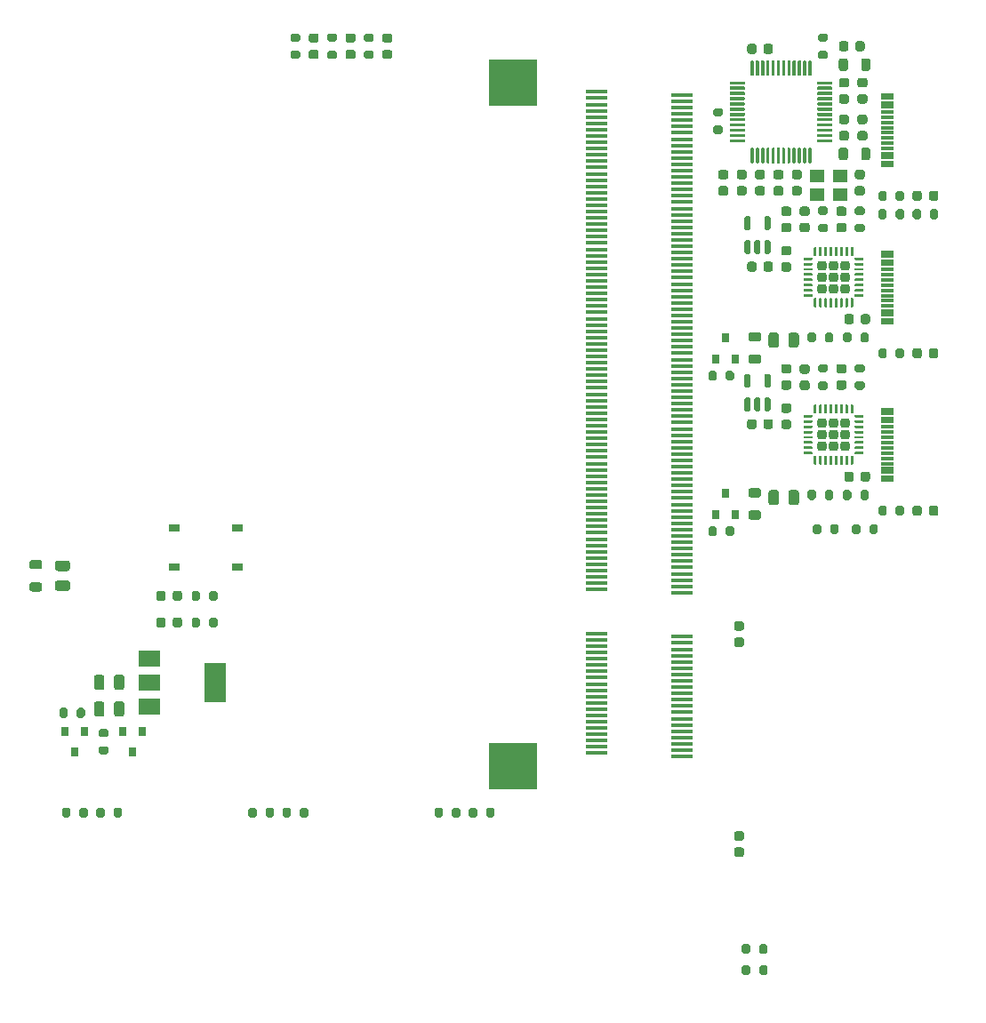
<source format=gbr>
%TF.GenerationSoftware,KiCad,Pcbnew,(5.1.9-0-10_14)*%
%TF.CreationDate,2021-03-28T17:09:14+02:00*%
%TF.ProjectId,FPGA,46504741-2e6b-4696-9361-645f70636258,rev?*%
%TF.SameCoordinates,Original*%
%TF.FileFunction,Paste,Top*%
%TF.FilePolarity,Positive*%
%FSLAX46Y46*%
G04 Gerber Fmt 4.6, Leading zero omitted, Abs format (unit mm)*
G04 Created by KiCad (PCBNEW (5.1.9-0-10_14)) date 2021-03-28 17:09:14*
%MOMM*%
%LPD*%
G01*
G04 APERTURE LIST*
%ADD10R,0.800000X0.900000*%
%ADD11R,1.000000X0.750000*%
%ADD12R,1.150000X0.300000*%
%ADD13R,2.000000X1.500000*%
%ADD14R,2.000000X3.800000*%
%ADD15R,1.400000X1.200000*%
%ADD16R,2.000000X0.350000*%
%ADD17R,4.600000X4.500000*%
G04 APERTURE END LIST*
%TO.C,R206*%
G36*
G01*
X177375000Y-99925000D02*
X177375000Y-100475000D01*
G75*
G02*
X177175000Y-100675000I-200000J0D01*
G01*
X176775000Y-100675000D01*
G75*
G02*
X176575000Y-100475000I0J200000D01*
G01*
X176575000Y-99925000D01*
G75*
G02*
X176775000Y-99725000I200000J0D01*
G01*
X177175000Y-99725000D01*
G75*
G02*
X177375000Y-99925000I0J-200000D01*
G01*
G37*
G36*
G01*
X179025000Y-99925000D02*
X179025000Y-100475000D01*
G75*
G02*
X178825000Y-100675000I-200000J0D01*
G01*
X178425000Y-100675000D01*
G75*
G02*
X178225000Y-100475000I0J200000D01*
G01*
X178225000Y-99925000D01*
G75*
G02*
X178425000Y-99725000I200000J0D01*
G01*
X178825000Y-99725000D01*
G75*
G02*
X179025000Y-99925000I0J-200000D01*
G01*
G37*
%TD*%
%TO.C,R106*%
G36*
G01*
X177375000Y-85125000D02*
X177375000Y-85675000D01*
G75*
G02*
X177175000Y-85875000I-200000J0D01*
G01*
X176775000Y-85875000D01*
G75*
G02*
X176575000Y-85675000I0J200000D01*
G01*
X176575000Y-85125000D01*
G75*
G02*
X176775000Y-84925000I200000J0D01*
G01*
X177175000Y-84925000D01*
G75*
G02*
X177375000Y-85125000I0J-200000D01*
G01*
G37*
G36*
G01*
X179025000Y-85125000D02*
X179025000Y-85675000D01*
G75*
G02*
X178825000Y-85875000I-200000J0D01*
G01*
X178425000Y-85875000D01*
G75*
G02*
X178225000Y-85675000I0J200000D01*
G01*
X178225000Y-85125000D01*
G75*
G02*
X178425000Y-84925000I200000J0D01*
G01*
X178825000Y-84925000D01*
G75*
G02*
X179025000Y-85125000I0J-200000D01*
G01*
G37*
%TD*%
D10*
%TO.C,Q201*%
X178200000Y-96600000D03*
X179150000Y-98600000D03*
X177250000Y-98600000D03*
%TD*%
%TO.C,Q101*%
X178200000Y-81800000D03*
X179150000Y-83800000D03*
X177250000Y-83800000D03*
%TD*%
D11*
%TO.C,SW1*%
X131750000Y-103625000D03*
X125750000Y-103625000D03*
X131750000Y-99875000D03*
X125750000Y-99875000D03*
%TD*%
%TO.C,R7*%
G36*
G01*
X116425000Y-117775000D02*
X116425000Y-117225000D01*
G75*
G02*
X116625000Y-117025000I200000J0D01*
G01*
X117025000Y-117025000D01*
G75*
G02*
X117225000Y-117225000I0J-200000D01*
G01*
X117225000Y-117775000D01*
G75*
G02*
X117025000Y-117975000I-200000J0D01*
G01*
X116625000Y-117975000D01*
G75*
G02*
X116425000Y-117775000I0J200000D01*
G01*
G37*
G36*
G01*
X114775000Y-117775000D02*
X114775000Y-117225000D01*
G75*
G02*
X114975000Y-117025000I200000J0D01*
G01*
X115375000Y-117025000D01*
G75*
G02*
X115575000Y-117225000I0J-200000D01*
G01*
X115575000Y-117775000D01*
G75*
G02*
X115375000Y-117975000I-200000J0D01*
G01*
X114975000Y-117975000D01*
G75*
G02*
X114775000Y-117775000I0J200000D01*
G01*
G37*
%TD*%
%TO.C,R6*%
G36*
G01*
X118725000Y-120675000D02*
X119275000Y-120675000D01*
G75*
G02*
X119475000Y-120875000I0J-200000D01*
G01*
X119475000Y-121275000D01*
G75*
G02*
X119275000Y-121475000I-200000J0D01*
G01*
X118725000Y-121475000D01*
G75*
G02*
X118525000Y-121275000I0J200000D01*
G01*
X118525000Y-120875000D01*
G75*
G02*
X118725000Y-120675000I200000J0D01*
G01*
G37*
G36*
G01*
X118725000Y-119025000D02*
X119275000Y-119025000D01*
G75*
G02*
X119475000Y-119225000I0J-200000D01*
G01*
X119475000Y-119625000D01*
G75*
G02*
X119275000Y-119825000I-200000J0D01*
G01*
X118725000Y-119825000D01*
G75*
G02*
X118525000Y-119625000I0J200000D01*
G01*
X118525000Y-119225000D01*
G75*
G02*
X118725000Y-119025000I200000J0D01*
G01*
G37*
%TD*%
D10*
%TO.C,Q2*%
X121750000Y-121250000D03*
X120800000Y-119250000D03*
X122700000Y-119250000D03*
%TD*%
%TO.C,Q1*%
X116250000Y-121250000D03*
X115300000Y-119250000D03*
X117200000Y-119250000D03*
%TD*%
%TO.C,R5*%
G36*
G01*
X137525000Y-53575000D02*
X136975000Y-53575000D01*
G75*
G02*
X136775000Y-53375000I0J200000D01*
G01*
X136775000Y-52975000D01*
G75*
G02*
X136975000Y-52775000I200000J0D01*
G01*
X137525000Y-52775000D01*
G75*
G02*
X137725000Y-52975000I0J-200000D01*
G01*
X137725000Y-53375000D01*
G75*
G02*
X137525000Y-53575000I-200000J0D01*
G01*
G37*
G36*
G01*
X137525000Y-55225000D02*
X136975000Y-55225000D01*
G75*
G02*
X136775000Y-55025000I0J200000D01*
G01*
X136775000Y-54625000D01*
G75*
G02*
X136975000Y-54425000I200000J0D01*
G01*
X137525000Y-54425000D01*
G75*
G02*
X137725000Y-54625000I0J-200000D01*
G01*
X137725000Y-55025000D01*
G75*
G02*
X137525000Y-55225000I-200000J0D01*
G01*
G37*
%TD*%
%TO.C,R4*%
G36*
G01*
X141025000Y-53575000D02*
X140475000Y-53575000D01*
G75*
G02*
X140275000Y-53375000I0J200000D01*
G01*
X140275000Y-52975000D01*
G75*
G02*
X140475000Y-52775000I200000J0D01*
G01*
X141025000Y-52775000D01*
G75*
G02*
X141225000Y-52975000I0J-200000D01*
G01*
X141225000Y-53375000D01*
G75*
G02*
X141025000Y-53575000I-200000J0D01*
G01*
G37*
G36*
G01*
X141025000Y-55225000D02*
X140475000Y-55225000D01*
G75*
G02*
X140275000Y-55025000I0J200000D01*
G01*
X140275000Y-54625000D01*
G75*
G02*
X140475000Y-54425000I200000J0D01*
G01*
X141025000Y-54425000D01*
G75*
G02*
X141225000Y-54625000I0J-200000D01*
G01*
X141225000Y-55025000D01*
G75*
G02*
X141025000Y-55225000I-200000J0D01*
G01*
G37*
%TD*%
%TO.C,R3*%
G36*
G01*
X144525000Y-53575000D02*
X143975000Y-53575000D01*
G75*
G02*
X143775000Y-53375000I0J200000D01*
G01*
X143775000Y-52975000D01*
G75*
G02*
X143975000Y-52775000I200000J0D01*
G01*
X144525000Y-52775000D01*
G75*
G02*
X144725000Y-52975000I0J-200000D01*
G01*
X144725000Y-53375000D01*
G75*
G02*
X144525000Y-53575000I-200000J0D01*
G01*
G37*
G36*
G01*
X144525000Y-55225000D02*
X143975000Y-55225000D01*
G75*
G02*
X143775000Y-55025000I0J200000D01*
G01*
X143775000Y-54625000D01*
G75*
G02*
X143975000Y-54425000I200000J0D01*
G01*
X144525000Y-54425000D01*
G75*
G02*
X144725000Y-54625000I0J-200000D01*
G01*
X144725000Y-55025000D01*
G75*
G02*
X144525000Y-55225000I-200000J0D01*
G01*
G37*
%TD*%
%TO.C,D5*%
G36*
G01*
X139256250Y-53650000D02*
X138743750Y-53650000D01*
G75*
G02*
X138525000Y-53431250I0J218750D01*
G01*
X138525000Y-52993750D01*
G75*
G02*
X138743750Y-52775000I218750J0D01*
G01*
X139256250Y-52775000D01*
G75*
G02*
X139475000Y-52993750I0J-218750D01*
G01*
X139475000Y-53431250D01*
G75*
G02*
X139256250Y-53650000I-218750J0D01*
G01*
G37*
G36*
G01*
X139256250Y-55225000D02*
X138743750Y-55225000D01*
G75*
G02*
X138525000Y-55006250I0J218750D01*
G01*
X138525000Y-54568750D01*
G75*
G02*
X138743750Y-54350000I218750J0D01*
G01*
X139256250Y-54350000D01*
G75*
G02*
X139475000Y-54568750I0J-218750D01*
G01*
X139475000Y-55006250D01*
G75*
G02*
X139256250Y-55225000I-218750J0D01*
G01*
G37*
%TD*%
%TO.C,D4*%
G36*
G01*
X142756250Y-53650000D02*
X142243750Y-53650000D01*
G75*
G02*
X142025000Y-53431250I0J218750D01*
G01*
X142025000Y-52993750D01*
G75*
G02*
X142243750Y-52775000I218750J0D01*
G01*
X142756250Y-52775000D01*
G75*
G02*
X142975000Y-52993750I0J-218750D01*
G01*
X142975000Y-53431250D01*
G75*
G02*
X142756250Y-53650000I-218750J0D01*
G01*
G37*
G36*
G01*
X142756250Y-55225000D02*
X142243750Y-55225000D01*
G75*
G02*
X142025000Y-55006250I0J218750D01*
G01*
X142025000Y-54568750D01*
G75*
G02*
X142243750Y-54350000I218750J0D01*
G01*
X142756250Y-54350000D01*
G75*
G02*
X142975000Y-54568750I0J-218750D01*
G01*
X142975000Y-55006250D01*
G75*
G02*
X142756250Y-55225000I-218750J0D01*
G01*
G37*
%TD*%
%TO.C,D3*%
G36*
G01*
X146256250Y-53650000D02*
X145743750Y-53650000D01*
G75*
G02*
X145525000Y-53431250I0J218750D01*
G01*
X145525000Y-52993750D01*
G75*
G02*
X145743750Y-52775000I218750J0D01*
G01*
X146256250Y-52775000D01*
G75*
G02*
X146475000Y-52993750I0J-218750D01*
G01*
X146475000Y-53431250D01*
G75*
G02*
X146256250Y-53650000I-218750J0D01*
G01*
G37*
G36*
G01*
X146256250Y-55225000D02*
X145743750Y-55225000D01*
G75*
G02*
X145525000Y-55006250I0J218750D01*
G01*
X145525000Y-54568750D01*
G75*
G02*
X145743750Y-54350000I218750J0D01*
G01*
X146256250Y-54350000D01*
G75*
G02*
X146475000Y-54568750I0J-218750D01*
G01*
X146475000Y-55006250D01*
G75*
G02*
X146256250Y-55225000I-218750J0D01*
G01*
G37*
%TD*%
%TO.C,U501*%
G36*
G01*
X186400000Y-63750000D02*
X186400000Y-65075000D01*
G75*
G02*
X186325000Y-65150000I-75000J0D01*
G01*
X186175000Y-65150000D01*
G75*
G02*
X186100000Y-65075000I0J75000D01*
G01*
X186100000Y-63750000D01*
G75*
G02*
X186175000Y-63675000I75000J0D01*
G01*
X186325000Y-63675000D01*
G75*
G02*
X186400000Y-63750000I0J-75000D01*
G01*
G37*
G36*
G01*
X185900000Y-63750000D02*
X185900000Y-65075000D01*
G75*
G02*
X185825000Y-65150000I-75000J0D01*
G01*
X185675000Y-65150000D01*
G75*
G02*
X185600000Y-65075000I0J75000D01*
G01*
X185600000Y-63750000D01*
G75*
G02*
X185675000Y-63675000I75000J0D01*
G01*
X185825000Y-63675000D01*
G75*
G02*
X185900000Y-63750000I0J-75000D01*
G01*
G37*
G36*
G01*
X185400000Y-63750000D02*
X185400000Y-65075000D01*
G75*
G02*
X185325000Y-65150000I-75000J0D01*
G01*
X185175000Y-65150000D01*
G75*
G02*
X185100000Y-65075000I0J75000D01*
G01*
X185100000Y-63750000D01*
G75*
G02*
X185175000Y-63675000I75000J0D01*
G01*
X185325000Y-63675000D01*
G75*
G02*
X185400000Y-63750000I0J-75000D01*
G01*
G37*
G36*
G01*
X184900000Y-63750000D02*
X184900000Y-65075000D01*
G75*
G02*
X184825000Y-65150000I-75000J0D01*
G01*
X184675000Y-65150000D01*
G75*
G02*
X184600000Y-65075000I0J75000D01*
G01*
X184600000Y-63750000D01*
G75*
G02*
X184675000Y-63675000I75000J0D01*
G01*
X184825000Y-63675000D01*
G75*
G02*
X184900000Y-63750000I0J-75000D01*
G01*
G37*
G36*
G01*
X184400000Y-63750000D02*
X184400000Y-65075000D01*
G75*
G02*
X184325000Y-65150000I-75000J0D01*
G01*
X184175000Y-65150000D01*
G75*
G02*
X184100000Y-65075000I0J75000D01*
G01*
X184100000Y-63750000D01*
G75*
G02*
X184175000Y-63675000I75000J0D01*
G01*
X184325000Y-63675000D01*
G75*
G02*
X184400000Y-63750000I0J-75000D01*
G01*
G37*
G36*
G01*
X183900000Y-63750000D02*
X183900000Y-65075000D01*
G75*
G02*
X183825000Y-65150000I-75000J0D01*
G01*
X183675000Y-65150000D01*
G75*
G02*
X183600000Y-65075000I0J75000D01*
G01*
X183600000Y-63750000D01*
G75*
G02*
X183675000Y-63675000I75000J0D01*
G01*
X183825000Y-63675000D01*
G75*
G02*
X183900000Y-63750000I0J-75000D01*
G01*
G37*
G36*
G01*
X183400000Y-63750000D02*
X183400000Y-65075000D01*
G75*
G02*
X183325000Y-65150000I-75000J0D01*
G01*
X183175000Y-65150000D01*
G75*
G02*
X183100000Y-65075000I0J75000D01*
G01*
X183100000Y-63750000D01*
G75*
G02*
X183175000Y-63675000I75000J0D01*
G01*
X183325000Y-63675000D01*
G75*
G02*
X183400000Y-63750000I0J-75000D01*
G01*
G37*
G36*
G01*
X182900000Y-63750000D02*
X182900000Y-65075000D01*
G75*
G02*
X182825000Y-65150000I-75000J0D01*
G01*
X182675000Y-65150000D01*
G75*
G02*
X182600000Y-65075000I0J75000D01*
G01*
X182600000Y-63750000D01*
G75*
G02*
X182675000Y-63675000I75000J0D01*
G01*
X182825000Y-63675000D01*
G75*
G02*
X182900000Y-63750000I0J-75000D01*
G01*
G37*
G36*
G01*
X182400000Y-63750000D02*
X182400000Y-65075000D01*
G75*
G02*
X182325000Y-65150000I-75000J0D01*
G01*
X182175000Y-65150000D01*
G75*
G02*
X182100000Y-65075000I0J75000D01*
G01*
X182100000Y-63750000D01*
G75*
G02*
X182175000Y-63675000I75000J0D01*
G01*
X182325000Y-63675000D01*
G75*
G02*
X182400000Y-63750000I0J-75000D01*
G01*
G37*
G36*
G01*
X181900000Y-63750000D02*
X181900000Y-65075000D01*
G75*
G02*
X181825000Y-65150000I-75000J0D01*
G01*
X181675000Y-65150000D01*
G75*
G02*
X181600000Y-65075000I0J75000D01*
G01*
X181600000Y-63750000D01*
G75*
G02*
X181675000Y-63675000I75000J0D01*
G01*
X181825000Y-63675000D01*
G75*
G02*
X181900000Y-63750000I0J-75000D01*
G01*
G37*
G36*
G01*
X181400000Y-63750000D02*
X181400000Y-65075000D01*
G75*
G02*
X181325000Y-65150000I-75000J0D01*
G01*
X181175000Y-65150000D01*
G75*
G02*
X181100000Y-65075000I0J75000D01*
G01*
X181100000Y-63750000D01*
G75*
G02*
X181175000Y-63675000I75000J0D01*
G01*
X181325000Y-63675000D01*
G75*
G02*
X181400000Y-63750000I0J-75000D01*
G01*
G37*
G36*
G01*
X180900000Y-63750000D02*
X180900000Y-65075000D01*
G75*
G02*
X180825000Y-65150000I-75000J0D01*
G01*
X180675000Y-65150000D01*
G75*
G02*
X180600000Y-65075000I0J75000D01*
G01*
X180600000Y-63750000D01*
G75*
G02*
X180675000Y-63675000I75000J0D01*
G01*
X180825000Y-63675000D01*
G75*
G02*
X180900000Y-63750000I0J-75000D01*
G01*
G37*
G36*
G01*
X180075000Y-62925000D02*
X180075000Y-63075000D01*
G75*
G02*
X180000000Y-63150000I-75000J0D01*
G01*
X178675000Y-63150000D01*
G75*
G02*
X178600000Y-63075000I0J75000D01*
G01*
X178600000Y-62925000D01*
G75*
G02*
X178675000Y-62850000I75000J0D01*
G01*
X180000000Y-62850000D01*
G75*
G02*
X180075000Y-62925000I0J-75000D01*
G01*
G37*
G36*
G01*
X180075000Y-62425000D02*
X180075000Y-62575000D01*
G75*
G02*
X180000000Y-62650000I-75000J0D01*
G01*
X178675000Y-62650000D01*
G75*
G02*
X178600000Y-62575000I0J75000D01*
G01*
X178600000Y-62425000D01*
G75*
G02*
X178675000Y-62350000I75000J0D01*
G01*
X180000000Y-62350000D01*
G75*
G02*
X180075000Y-62425000I0J-75000D01*
G01*
G37*
G36*
G01*
X180075000Y-61925000D02*
X180075000Y-62075000D01*
G75*
G02*
X180000000Y-62150000I-75000J0D01*
G01*
X178675000Y-62150000D01*
G75*
G02*
X178600000Y-62075000I0J75000D01*
G01*
X178600000Y-61925000D01*
G75*
G02*
X178675000Y-61850000I75000J0D01*
G01*
X180000000Y-61850000D01*
G75*
G02*
X180075000Y-61925000I0J-75000D01*
G01*
G37*
G36*
G01*
X180075000Y-61425000D02*
X180075000Y-61575000D01*
G75*
G02*
X180000000Y-61650000I-75000J0D01*
G01*
X178675000Y-61650000D01*
G75*
G02*
X178600000Y-61575000I0J75000D01*
G01*
X178600000Y-61425000D01*
G75*
G02*
X178675000Y-61350000I75000J0D01*
G01*
X180000000Y-61350000D01*
G75*
G02*
X180075000Y-61425000I0J-75000D01*
G01*
G37*
G36*
G01*
X180075000Y-60925000D02*
X180075000Y-61075000D01*
G75*
G02*
X180000000Y-61150000I-75000J0D01*
G01*
X178675000Y-61150000D01*
G75*
G02*
X178600000Y-61075000I0J75000D01*
G01*
X178600000Y-60925000D01*
G75*
G02*
X178675000Y-60850000I75000J0D01*
G01*
X180000000Y-60850000D01*
G75*
G02*
X180075000Y-60925000I0J-75000D01*
G01*
G37*
G36*
G01*
X180075000Y-60425000D02*
X180075000Y-60575000D01*
G75*
G02*
X180000000Y-60650000I-75000J0D01*
G01*
X178675000Y-60650000D01*
G75*
G02*
X178600000Y-60575000I0J75000D01*
G01*
X178600000Y-60425000D01*
G75*
G02*
X178675000Y-60350000I75000J0D01*
G01*
X180000000Y-60350000D01*
G75*
G02*
X180075000Y-60425000I0J-75000D01*
G01*
G37*
G36*
G01*
X180075000Y-59925000D02*
X180075000Y-60075000D01*
G75*
G02*
X180000000Y-60150000I-75000J0D01*
G01*
X178675000Y-60150000D01*
G75*
G02*
X178600000Y-60075000I0J75000D01*
G01*
X178600000Y-59925000D01*
G75*
G02*
X178675000Y-59850000I75000J0D01*
G01*
X180000000Y-59850000D01*
G75*
G02*
X180075000Y-59925000I0J-75000D01*
G01*
G37*
G36*
G01*
X180075000Y-59425000D02*
X180075000Y-59575000D01*
G75*
G02*
X180000000Y-59650000I-75000J0D01*
G01*
X178675000Y-59650000D01*
G75*
G02*
X178600000Y-59575000I0J75000D01*
G01*
X178600000Y-59425000D01*
G75*
G02*
X178675000Y-59350000I75000J0D01*
G01*
X180000000Y-59350000D01*
G75*
G02*
X180075000Y-59425000I0J-75000D01*
G01*
G37*
G36*
G01*
X180075000Y-58925000D02*
X180075000Y-59075000D01*
G75*
G02*
X180000000Y-59150000I-75000J0D01*
G01*
X178675000Y-59150000D01*
G75*
G02*
X178600000Y-59075000I0J75000D01*
G01*
X178600000Y-58925000D01*
G75*
G02*
X178675000Y-58850000I75000J0D01*
G01*
X180000000Y-58850000D01*
G75*
G02*
X180075000Y-58925000I0J-75000D01*
G01*
G37*
G36*
G01*
X180075000Y-58425000D02*
X180075000Y-58575000D01*
G75*
G02*
X180000000Y-58650000I-75000J0D01*
G01*
X178675000Y-58650000D01*
G75*
G02*
X178600000Y-58575000I0J75000D01*
G01*
X178600000Y-58425000D01*
G75*
G02*
X178675000Y-58350000I75000J0D01*
G01*
X180000000Y-58350000D01*
G75*
G02*
X180075000Y-58425000I0J-75000D01*
G01*
G37*
G36*
G01*
X180075000Y-57925000D02*
X180075000Y-58075000D01*
G75*
G02*
X180000000Y-58150000I-75000J0D01*
G01*
X178675000Y-58150000D01*
G75*
G02*
X178600000Y-58075000I0J75000D01*
G01*
X178600000Y-57925000D01*
G75*
G02*
X178675000Y-57850000I75000J0D01*
G01*
X180000000Y-57850000D01*
G75*
G02*
X180075000Y-57925000I0J-75000D01*
G01*
G37*
G36*
G01*
X180075000Y-57425000D02*
X180075000Y-57575000D01*
G75*
G02*
X180000000Y-57650000I-75000J0D01*
G01*
X178675000Y-57650000D01*
G75*
G02*
X178600000Y-57575000I0J75000D01*
G01*
X178600000Y-57425000D01*
G75*
G02*
X178675000Y-57350000I75000J0D01*
G01*
X180000000Y-57350000D01*
G75*
G02*
X180075000Y-57425000I0J-75000D01*
G01*
G37*
G36*
G01*
X180900000Y-55425000D02*
X180900000Y-56750000D01*
G75*
G02*
X180825000Y-56825000I-75000J0D01*
G01*
X180675000Y-56825000D01*
G75*
G02*
X180600000Y-56750000I0J75000D01*
G01*
X180600000Y-55425000D01*
G75*
G02*
X180675000Y-55350000I75000J0D01*
G01*
X180825000Y-55350000D01*
G75*
G02*
X180900000Y-55425000I0J-75000D01*
G01*
G37*
G36*
G01*
X181400000Y-55425000D02*
X181400000Y-56750000D01*
G75*
G02*
X181325000Y-56825000I-75000J0D01*
G01*
X181175000Y-56825000D01*
G75*
G02*
X181100000Y-56750000I0J75000D01*
G01*
X181100000Y-55425000D01*
G75*
G02*
X181175000Y-55350000I75000J0D01*
G01*
X181325000Y-55350000D01*
G75*
G02*
X181400000Y-55425000I0J-75000D01*
G01*
G37*
G36*
G01*
X181900000Y-55425000D02*
X181900000Y-56750000D01*
G75*
G02*
X181825000Y-56825000I-75000J0D01*
G01*
X181675000Y-56825000D01*
G75*
G02*
X181600000Y-56750000I0J75000D01*
G01*
X181600000Y-55425000D01*
G75*
G02*
X181675000Y-55350000I75000J0D01*
G01*
X181825000Y-55350000D01*
G75*
G02*
X181900000Y-55425000I0J-75000D01*
G01*
G37*
G36*
G01*
X182400000Y-55425000D02*
X182400000Y-56750000D01*
G75*
G02*
X182325000Y-56825000I-75000J0D01*
G01*
X182175000Y-56825000D01*
G75*
G02*
X182100000Y-56750000I0J75000D01*
G01*
X182100000Y-55425000D01*
G75*
G02*
X182175000Y-55350000I75000J0D01*
G01*
X182325000Y-55350000D01*
G75*
G02*
X182400000Y-55425000I0J-75000D01*
G01*
G37*
G36*
G01*
X182900000Y-55425000D02*
X182900000Y-56750000D01*
G75*
G02*
X182825000Y-56825000I-75000J0D01*
G01*
X182675000Y-56825000D01*
G75*
G02*
X182600000Y-56750000I0J75000D01*
G01*
X182600000Y-55425000D01*
G75*
G02*
X182675000Y-55350000I75000J0D01*
G01*
X182825000Y-55350000D01*
G75*
G02*
X182900000Y-55425000I0J-75000D01*
G01*
G37*
G36*
G01*
X183400000Y-55425000D02*
X183400000Y-56750000D01*
G75*
G02*
X183325000Y-56825000I-75000J0D01*
G01*
X183175000Y-56825000D01*
G75*
G02*
X183100000Y-56750000I0J75000D01*
G01*
X183100000Y-55425000D01*
G75*
G02*
X183175000Y-55350000I75000J0D01*
G01*
X183325000Y-55350000D01*
G75*
G02*
X183400000Y-55425000I0J-75000D01*
G01*
G37*
G36*
G01*
X183900000Y-55425000D02*
X183900000Y-56750000D01*
G75*
G02*
X183825000Y-56825000I-75000J0D01*
G01*
X183675000Y-56825000D01*
G75*
G02*
X183600000Y-56750000I0J75000D01*
G01*
X183600000Y-55425000D01*
G75*
G02*
X183675000Y-55350000I75000J0D01*
G01*
X183825000Y-55350000D01*
G75*
G02*
X183900000Y-55425000I0J-75000D01*
G01*
G37*
G36*
G01*
X184400000Y-55425000D02*
X184400000Y-56750000D01*
G75*
G02*
X184325000Y-56825000I-75000J0D01*
G01*
X184175000Y-56825000D01*
G75*
G02*
X184100000Y-56750000I0J75000D01*
G01*
X184100000Y-55425000D01*
G75*
G02*
X184175000Y-55350000I75000J0D01*
G01*
X184325000Y-55350000D01*
G75*
G02*
X184400000Y-55425000I0J-75000D01*
G01*
G37*
G36*
G01*
X184900000Y-55425000D02*
X184900000Y-56750000D01*
G75*
G02*
X184825000Y-56825000I-75000J0D01*
G01*
X184675000Y-56825000D01*
G75*
G02*
X184600000Y-56750000I0J75000D01*
G01*
X184600000Y-55425000D01*
G75*
G02*
X184675000Y-55350000I75000J0D01*
G01*
X184825000Y-55350000D01*
G75*
G02*
X184900000Y-55425000I0J-75000D01*
G01*
G37*
G36*
G01*
X185400000Y-55425000D02*
X185400000Y-56750000D01*
G75*
G02*
X185325000Y-56825000I-75000J0D01*
G01*
X185175000Y-56825000D01*
G75*
G02*
X185100000Y-56750000I0J75000D01*
G01*
X185100000Y-55425000D01*
G75*
G02*
X185175000Y-55350000I75000J0D01*
G01*
X185325000Y-55350000D01*
G75*
G02*
X185400000Y-55425000I0J-75000D01*
G01*
G37*
G36*
G01*
X185900000Y-55425000D02*
X185900000Y-56750000D01*
G75*
G02*
X185825000Y-56825000I-75000J0D01*
G01*
X185675000Y-56825000D01*
G75*
G02*
X185600000Y-56750000I0J75000D01*
G01*
X185600000Y-55425000D01*
G75*
G02*
X185675000Y-55350000I75000J0D01*
G01*
X185825000Y-55350000D01*
G75*
G02*
X185900000Y-55425000I0J-75000D01*
G01*
G37*
G36*
G01*
X186400000Y-55425000D02*
X186400000Y-56750000D01*
G75*
G02*
X186325000Y-56825000I-75000J0D01*
G01*
X186175000Y-56825000D01*
G75*
G02*
X186100000Y-56750000I0J75000D01*
G01*
X186100000Y-55425000D01*
G75*
G02*
X186175000Y-55350000I75000J0D01*
G01*
X186325000Y-55350000D01*
G75*
G02*
X186400000Y-55425000I0J-75000D01*
G01*
G37*
G36*
G01*
X188400000Y-57425000D02*
X188400000Y-57575000D01*
G75*
G02*
X188325000Y-57650000I-75000J0D01*
G01*
X187000000Y-57650000D01*
G75*
G02*
X186925000Y-57575000I0J75000D01*
G01*
X186925000Y-57425000D01*
G75*
G02*
X187000000Y-57350000I75000J0D01*
G01*
X188325000Y-57350000D01*
G75*
G02*
X188400000Y-57425000I0J-75000D01*
G01*
G37*
G36*
G01*
X188400000Y-57925000D02*
X188400000Y-58075000D01*
G75*
G02*
X188325000Y-58150000I-75000J0D01*
G01*
X187000000Y-58150000D01*
G75*
G02*
X186925000Y-58075000I0J75000D01*
G01*
X186925000Y-57925000D01*
G75*
G02*
X187000000Y-57850000I75000J0D01*
G01*
X188325000Y-57850000D01*
G75*
G02*
X188400000Y-57925000I0J-75000D01*
G01*
G37*
G36*
G01*
X188400000Y-58425000D02*
X188400000Y-58575000D01*
G75*
G02*
X188325000Y-58650000I-75000J0D01*
G01*
X187000000Y-58650000D01*
G75*
G02*
X186925000Y-58575000I0J75000D01*
G01*
X186925000Y-58425000D01*
G75*
G02*
X187000000Y-58350000I75000J0D01*
G01*
X188325000Y-58350000D01*
G75*
G02*
X188400000Y-58425000I0J-75000D01*
G01*
G37*
G36*
G01*
X188400000Y-58925000D02*
X188400000Y-59075000D01*
G75*
G02*
X188325000Y-59150000I-75000J0D01*
G01*
X187000000Y-59150000D01*
G75*
G02*
X186925000Y-59075000I0J75000D01*
G01*
X186925000Y-58925000D01*
G75*
G02*
X187000000Y-58850000I75000J0D01*
G01*
X188325000Y-58850000D01*
G75*
G02*
X188400000Y-58925000I0J-75000D01*
G01*
G37*
G36*
G01*
X188400000Y-59425000D02*
X188400000Y-59575000D01*
G75*
G02*
X188325000Y-59650000I-75000J0D01*
G01*
X187000000Y-59650000D01*
G75*
G02*
X186925000Y-59575000I0J75000D01*
G01*
X186925000Y-59425000D01*
G75*
G02*
X187000000Y-59350000I75000J0D01*
G01*
X188325000Y-59350000D01*
G75*
G02*
X188400000Y-59425000I0J-75000D01*
G01*
G37*
G36*
G01*
X188400000Y-59925000D02*
X188400000Y-60075000D01*
G75*
G02*
X188325000Y-60150000I-75000J0D01*
G01*
X187000000Y-60150000D01*
G75*
G02*
X186925000Y-60075000I0J75000D01*
G01*
X186925000Y-59925000D01*
G75*
G02*
X187000000Y-59850000I75000J0D01*
G01*
X188325000Y-59850000D01*
G75*
G02*
X188400000Y-59925000I0J-75000D01*
G01*
G37*
G36*
G01*
X188400000Y-60425000D02*
X188400000Y-60575000D01*
G75*
G02*
X188325000Y-60650000I-75000J0D01*
G01*
X187000000Y-60650000D01*
G75*
G02*
X186925000Y-60575000I0J75000D01*
G01*
X186925000Y-60425000D01*
G75*
G02*
X187000000Y-60350000I75000J0D01*
G01*
X188325000Y-60350000D01*
G75*
G02*
X188400000Y-60425000I0J-75000D01*
G01*
G37*
G36*
G01*
X188400000Y-60925000D02*
X188400000Y-61075000D01*
G75*
G02*
X188325000Y-61150000I-75000J0D01*
G01*
X187000000Y-61150000D01*
G75*
G02*
X186925000Y-61075000I0J75000D01*
G01*
X186925000Y-60925000D01*
G75*
G02*
X187000000Y-60850000I75000J0D01*
G01*
X188325000Y-60850000D01*
G75*
G02*
X188400000Y-60925000I0J-75000D01*
G01*
G37*
G36*
G01*
X188400000Y-61425000D02*
X188400000Y-61575000D01*
G75*
G02*
X188325000Y-61650000I-75000J0D01*
G01*
X187000000Y-61650000D01*
G75*
G02*
X186925000Y-61575000I0J75000D01*
G01*
X186925000Y-61425000D01*
G75*
G02*
X187000000Y-61350000I75000J0D01*
G01*
X188325000Y-61350000D01*
G75*
G02*
X188400000Y-61425000I0J-75000D01*
G01*
G37*
G36*
G01*
X188400000Y-61925000D02*
X188400000Y-62075000D01*
G75*
G02*
X188325000Y-62150000I-75000J0D01*
G01*
X187000000Y-62150000D01*
G75*
G02*
X186925000Y-62075000I0J75000D01*
G01*
X186925000Y-61925000D01*
G75*
G02*
X187000000Y-61850000I75000J0D01*
G01*
X188325000Y-61850000D01*
G75*
G02*
X188400000Y-61925000I0J-75000D01*
G01*
G37*
G36*
G01*
X188400000Y-62425000D02*
X188400000Y-62575000D01*
G75*
G02*
X188325000Y-62650000I-75000J0D01*
G01*
X187000000Y-62650000D01*
G75*
G02*
X186925000Y-62575000I0J75000D01*
G01*
X186925000Y-62425000D01*
G75*
G02*
X187000000Y-62350000I75000J0D01*
G01*
X188325000Y-62350000D01*
G75*
G02*
X188400000Y-62425000I0J-75000D01*
G01*
G37*
G36*
G01*
X188400000Y-62925000D02*
X188400000Y-63075000D01*
G75*
G02*
X188325000Y-63150000I-75000J0D01*
G01*
X187000000Y-63150000D01*
G75*
G02*
X186925000Y-63075000I0J75000D01*
G01*
X186925000Y-62925000D01*
G75*
G02*
X187000000Y-62850000I75000J0D01*
G01*
X188325000Y-62850000D01*
G75*
G02*
X188400000Y-62925000I0J-75000D01*
G01*
G37*
%TD*%
D12*
%TO.C,J501*%
X193580000Y-58650000D03*
X193580000Y-59450000D03*
X193580000Y-64250000D03*
X193580000Y-65050000D03*
X193580000Y-65350000D03*
X193580000Y-64550000D03*
X193580000Y-63750000D03*
X193580000Y-63250000D03*
X193580000Y-62750000D03*
X193580000Y-62250000D03*
X193580000Y-61750000D03*
X193580000Y-61250000D03*
X193580000Y-60750000D03*
X193580000Y-60250000D03*
X193580000Y-59750000D03*
X193580000Y-58950000D03*
%TD*%
%TO.C,L2*%
G36*
G01*
X112916250Y-103820000D02*
X112153750Y-103820000D01*
G75*
G02*
X111935000Y-103601250I0J218750D01*
G01*
X111935000Y-103163750D01*
G75*
G02*
X112153750Y-102945000I218750J0D01*
G01*
X112916250Y-102945000D01*
G75*
G02*
X113135000Y-103163750I0J-218750D01*
G01*
X113135000Y-103601250D01*
G75*
G02*
X112916250Y-103820000I-218750J0D01*
G01*
G37*
G36*
G01*
X112916250Y-105945000D02*
X112153750Y-105945000D01*
G75*
G02*
X111935000Y-105726250I0J218750D01*
G01*
X111935000Y-105288750D01*
G75*
G02*
X112153750Y-105070000I218750J0D01*
G01*
X112916250Y-105070000D01*
G75*
G02*
X113135000Y-105288750I0J-218750D01*
G01*
X113135000Y-105726250D01*
G75*
G02*
X112916250Y-105945000I-218750J0D01*
G01*
G37*
%TD*%
%TO.C,C3*%
G36*
G01*
X114600000Y-104895000D02*
X115550000Y-104895000D01*
G75*
G02*
X115800000Y-105145000I0J-250000D01*
G01*
X115800000Y-105645000D01*
G75*
G02*
X115550000Y-105895000I-250000J0D01*
G01*
X114600000Y-105895000D01*
G75*
G02*
X114350000Y-105645000I0J250000D01*
G01*
X114350000Y-105145000D01*
G75*
G02*
X114600000Y-104895000I250000J0D01*
G01*
G37*
G36*
G01*
X114600000Y-102995000D02*
X115550000Y-102995000D01*
G75*
G02*
X115800000Y-103245000I0J-250000D01*
G01*
X115800000Y-103745000D01*
G75*
G02*
X115550000Y-103995000I-250000J0D01*
G01*
X114600000Y-103995000D01*
G75*
G02*
X114350000Y-103745000I0J250000D01*
G01*
X114350000Y-103245000D01*
G75*
G02*
X114600000Y-102995000I250000J0D01*
G01*
G37*
%TD*%
%TO.C,R622*%
G36*
G01*
X119075000Y-126725000D02*
X119075000Y-127275000D01*
G75*
G02*
X118875000Y-127475000I-200000J0D01*
G01*
X118475000Y-127475000D01*
G75*
G02*
X118275000Y-127275000I0J200000D01*
G01*
X118275000Y-126725000D01*
G75*
G02*
X118475000Y-126525000I200000J0D01*
G01*
X118875000Y-126525000D01*
G75*
G02*
X119075000Y-126725000I0J-200000D01*
G01*
G37*
G36*
G01*
X120725000Y-126725000D02*
X120725000Y-127275000D01*
G75*
G02*
X120525000Y-127475000I-200000J0D01*
G01*
X120125000Y-127475000D01*
G75*
G02*
X119925000Y-127275000I0J200000D01*
G01*
X119925000Y-126725000D01*
G75*
G02*
X120125000Y-126525000I200000J0D01*
G01*
X120525000Y-126525000D01*
G75*
G02*
X120725000Y-126725000I0J-200000D01*
G01*
G37*
%TD*%
%TO.C,R621*%
G36*
G01*
X115825000Y-126725000D02*
X115825000Y-127275000D01*
G75*
G02*
X115625000Y-127475000I-200000J0D01*
G01*
X115225000Y-127475000D01*
G75*
G02*
X115025000Y-127275000I0J200000D01*
G01*
X115025000Y-126725000D01*
G75*
G02*
X115225000Y-126525000I200000J0D01*
G01*
X115625000Y-126525000D01*
G75*
G02*
X115825000Y-126725000I0J-200000D01*
G01*
G37*
G36*
G01*
X117475000Y-126725000D02*
X117475000Y-127275000D01*
G75*
G02*
X117275000Y-127475000I-200000J0D01*
G01*
X116875000Y-127475000D01*
G75*
G02*
X116675000Y-127275000I0J200000D01*
G01*
X116675000Y-126725000D01*
G75*
G02*
X116875000Y-126525000I200000J0D01*
G01*
X117275000Y-126525000D01*
G75*
G02*
X117475000Y-126725000I0J-200000D01*
G01*
G37*
%TD*%
%TO.C,R612*%
G36*
G01*
X136825000Y-126725000D02*
X136825000Y-127275000D01*
G75*
G02*
X136625000Y-127475000I-200000J0D01*
G01*
X136225000Y-127475000D01*
G75*
G02*
X136025000Y-127275000I0J200000D01*
G01*
X136025000Y-126725000D01*
G75*
G02*
X136225000Y-126525000I200000J0D01*
G01*
X136625000Y-126525000D01*
G75*
G02*
X136825000Y-126725000I0J-200000D01*
G01*
G37*
G36*
G01*
X138475000Y-126725000D02*
X138475000Y-127275000D01*
G75*
G02*
X138275000Y-127475000I-200000J0D01*
G01*
X137875000Y-127475000D01*
G75*
G02*
X137675000Y-127275000I0J200000D01*
G01*
X137675000Y-126725000D01*
G75*
G02*
X137875000Y-126525000I200000J0D01*
G01*
X138275000Y-126525000D01*
G75*
G02*
X138475000Y-126725000I0J-200000D01*
G01*
G37*
%TD*%
%TO.C,R611*%
G36*
G01*
X133575000Y-126725000D02*
X133575000Y-127275000D01*
G75*
G02*
X133375000Y-127475000I-200000J0D01*
G01*
X132975000Y-127475000D01*
G75*
G02*
X132775000Y-127275000I0J200000D01*
G01*
X132775000Y-126725000D01*
G75*
G02*
X132975000Y-126525000I200000J0D01*
G01*
X133375000Y-126525000D01*
G75*
G02*
X133575000Y-126725000I0J-200000D01*
G01*
G37*
G36*
G01*
X135225000Y-126725000D02*
X135225000Y-127275000D01*
G75*
G02*
X135025000Y-127475000I-200000J0D01*
G01*
X134625000Y-127475000D01*
G75*
G02*
X134425000Y-127275000I0J200000D01*
G01*
X134425000Y-126725000D01*
G75*
G02*
X134625000Y-126525000I200000J0D01*
G01*
X135025000Y-126525000D01*
G75*
G02*
X135225000Y-126725000I0J-200000D01*
G01*
G37*
%TD*%
%TO.C,R602*%
G36*
G01*
X154575000Y-126725000D02*
X154575000Y-127275000D01*
G75*
G02*
X154375000Y-127475000I-200000J0D01*
G01*
X153975000Y-127475000D01*
G75*
G02*
X153775000Y-127275000I0J200000D01*
G01*
X153775000Y-126725000D01*
G75*
G02*
X153975000Y-126525000I200000J0D01*
G01*
X154375000Y-126525000D01*
G75*
G02*
X154575000Y-126725000I0J-200000D01*
G01*
G37*
G36*
G01*
X156225000Y-126725000D02*
X156225000Y-127275000D01*
G75*
G02*
X156025000Y-127475000I-200000J0D01*
G01*
X155625000Y-127475000D01*
G75*
G02*
X155425000Y-127275000I0J200000D01*
G01*
X155425000Y-126725000D01*
G75*
G02*
X155625000Y-126525000I200000J0D01*
G01*
X156025000Y-126525000D01*
G75*
G02*
X156225000Y-126725000I0J-200000D01*
G01*
G37*
%TD*%
%TO.C,R601*%
G36*
G01*
X151325000Y-126725000D02*
X151325000Y-127275000D01*
G75*
G02*
X151125000Y-127475000I-200000J0D01*
G01*
X150725000Y-127475000D01*
G75*
G02*
X150525000Y-127275000I0J200000D01*
G01*
X150525000Y-126725000D01*
G75*
G02*
X150725000Y-126525000I200000J0D01*
G01*
X151125000Y-126525000D01*
G75*
G02*
X151325000Y-126725000I0J-200000D01*
G01*
G37*
G36*
G01*
X152975000Y-126725000D02*
X152975000Y-127275000D01*
G75*
G02*
X152775000Y-127475000I-200000J0D01*
G01*
X152375000Y-127475000D01*
G75*
G02*
X152175000Y-127275000I0J200000D01*
G01*
X152175000Y-126725000D01*
G75*
G02*
X152375000Y-126525000I200000J0D01*
G01*
X152775000Y-126525000D01*
G75*
G02*
X152975000Y-126725000I0J-200000D01*
G01*
G37*
%TD*%
D13*
%TO.C,U1*%
X123355000Y-112305000D03*
X123355000Y-116905000D03*
X123355000Y-114605000D03*
D14*
X129655000Y-114605000D03*
%TD*%
%TO.C,R2*%
G36*
G01*
X128175000Y-108615000D02*
X128175000Y-109165000D01*
G75*
G02*
X127975000Y-109365000I-200000J0D01*
G01*
X127575000Y-109365000D01*
G75*
G02*
X127375000Y-109165000I0J200000D01*
G01*
X127375000Y-108615000D01*
G75*
G02*
X127575000Y-108415000I200000J0D01*
G01*
X127975000Y-108415000D01*
G75*
G02*
X128175000Y-108615000I0J-200000D01*
G01*
G37*
G36*
G01*
X129825000Y-108615000D02*
X129825000Y-109165000D01*
G75*
G02*
X129625000Y-109365000I-200000J0D01*
G01*
X129225000Y-109365000D01*
G75*
G02*
X129025000Y-109165000I0J200000D01*
G01*
X129025000Y-108615000D01*
G75*
G02*
X129225000Y-108415000I200000J0D01*
G01*
X129625000Y-108415000D01*
G75*
G02*
X129825000Y-108615000I0J-200000D01*
G01*
G37*
%TD*%
%TO.C,R1*%
G36*
G01*
X128175000Y-106075000D02*
X128175000Y-106625000D01*
G75*
G02*
X127975000Y-106825000I-200000J0D01*
G01*
X127575000Y-106825000D01*
G75*
G02*
X127375000Y-106625000I0J200000D01*
G01*
X127375000Y-106075000D01*
G75*
G02*
X127575000Y-105875000I200000J0D01*
G01*
X127975000Y-105875000D01*
G75*
G02*
X128175000Y-106075000I0J-200000D01*
G01*
G37*
G36*
G01*
X129825000Y-106075000D02*
X129825000Y-106625000D01*
G75*
G02*
X129625000Y-106825000I-200000J0D01*
G01*
X129225000Y-106825000D01*
G75*
G02*
X129025000Y-106625000I0J200000D01*
G01*
X129025000Y-106075000D01*
G75*
G02*
X129225000Y-105875000I200000J0D01*
G01*
X129625000Y-105875000D01*
G75*
G02*
X129825000Y-106075000I0J-200000D01*
G01*
G37*
%TD*%
%TO.C,D2*%
G36*
G01*
X125585000Y-109146250D02*
X125585000Y-108633750D01*
G75*
G02*
X125803750Y-108415000I218750J0D01*
G01*
X126241250Y-108415000D01*
G75*
G02*
X126460000Y-108633750I0J-218750D01*
G01*
X126460000Y-109146250D01*
G75*
G02*
X126241250Y-109365000I-218750J0D01*
G01*
X125803750Y-109365000D01*
G75*
G02*
X125585000Y-109146250I0J218750D01*
G01*
G37*
G36*
G01*
X124010000Y-109146250D02*
X124010000Y-108633750D01*
G75*
G02*
X124228750Y-108415000I218750J0D01*
G01*
X124666250Y-108415000D01*
G75*
G02*
X124885000Y-108633750I0J-218750D01*
G01*
X124885000Y-109146250D01*
G75*
G02*
X124666250Y-109365000I-218750J0D01*
G01*
X124228750Y-109365000D01*
G75*
G02*
X124010000Y-109146250I0J218750D01*
G01*
G37*
%TD*%
%TO.C,D1*%
G36*
G01*
X125585000Y-106606250D02*
X125585000Y-106093750D01*
G75*
G02*
X125803750Y-105875000I218750J0D01*
G01*
X126241250Y-105875000D01*
G75*
G02*
X126460000Y-106093750I0J-218750D01*
G01*
X126460000Y-106606250D01*
G75*
G02*
X126241250Y-106825000I-218750J0D01*
G01*
X125803750Y-106825000D01*
G75*
G02*
X125585000Y-106606250I0J218750D01*
G01*
G37*
G36*
G01*
X124010000Y-106606250D02*
X124010000Y-106093750D01*
G75*
G02*
X124228750Y-105875000I218750J0D01*
G01*
X124666250Y-105875000D01*
G75*
G02*
X124885000Y-106093750I0J-218750D01*
G01*
X124885000Y-106606250D01*
G75*
G02*
X124666250Y-106825000I-218750J0D01*
G01*
X124228750Y-106825000D01*
G75*
G02*
X124010000Y-106606250I0J218750D01*
G01*
G37*
%TD*%
%TO.C,C2*%
G36*
G01*
X119070000Y-114130000D02*
X119070000Y-115080000D01*
G75*
G02*
X118820000Y-115330000I-250000J0D01*
G01*
X118320000Y-115330000D01*
G75*
G02*
X118070000Y-115080000I0J250000D01*
G01*
X118070000Y-114130000D01*
G75*
G02*
X118320000Y-113880000I250000J0D01*
G01*
X118820000Y-113880000D01*
G75*
G02*
X119070000Y-114130000I0J-250000D01*
G01*
G37*
G36*
G01*
X120970000Y-114130000D02*
X120970000Y-115080000D01*
G75*
G02*
X120720000Y-115330000I-250000J0D01*
G01*
X120220000Y-115330000D01*
G75*
G02*
X119970000Y-115080000I0J250000D01*
G01*
X119970000Y-114130000D01*
G75*
G02*
X120220000Y-113880000I250000J0D01*
G01*
X120720000Y-113880000D01*
G75*
G02*
X120970000Y-114130000I0J-250000D01*
G01*
G37*
%TD*%
%TO.C,C1*%
G36*
G01*
X119070000Y-116670000D02*
X119070000Y-117620000D01*
G75*
G02*
X118820000Y-117870000I-250000J0D01*
G01*
X118320000Y-117870000D01*
G75*
G02*
X118070000Y-117620000I0J250000D01*
G01*
X118070000Y-116670000D01*
G75*
G02*
X118320000Y-116420000I250000J0D01*
G01*
X118820000Y-116420000D01*
G75*
G02*
X119070000Y-116670000I0J-250000D01*
G01*
G37*
G36*
G01*
X120970000Y-116670000D02*
X120970000Y-117620000D01*
G75*
G02*
X120720000Y-117870000I-250000J0D01*
G01*
X120220000Y-117870000D01*
G75*
G02*
X119970000Y-117620000I0J250000D01*
G01*
X119970000Y-116670000D01*
G75*
G02*
X120220000Y-116420000I250000J0D01*
G01*
X120720000Y-116420000D01*
G75*
G02*
X120970000Y-116670000I0J-250000D01*
G01*
G37*
%TD*%
%TO.C,C511*%
G36*
G01*
X181825000Y-54500000D02*
X181825000Y-54000000D01*
G75*
G02*
X182050000Y-53775000I225000J0D01*
G01*
X182500000Y-53775000D01*
G75*
G02*
X182725000Y-54000000I0J-225000D01*
G01*
X182725000Y-54500000D01*
G75*
G02*
X182500000Y-54725000I-225000J0D01*
G01*
X182050000Y-54725000D01*
G75*
G02*
X181825000Y-54500000I0J225000D01*
G01*
G37*
G36*
G01*
X180275000Y-54500000D02*
X180275000Y-54000000D01*
G75*
G02*
X180500000Y-53775000I225000J0D01*
G01*
X180950000Y-53775000D01*
G75*
G02*
X181175000Y-54000000I0J-225000D01*
G01*
X181175000Y-54500000D01*
G75*
G02*
X180950000Y-54725000I-225000J0D01*
G01*
X180500000Y-54725000D01*
G75*
G02*
X180275000Y-54500000I0J225000D01*
G01*
G37*
%TD*%
%TO.C,R509*%
G36*
G01*
X177225000Y-61550000D02*
X177775000Y-61550000D01*
G75*
G02*
X177975000Y-61750000I0J-200000D01*
G01*
X177975000Y-62150000D01*
G75*
G02*
X177775000Y-62350000I-200000J0D01*
G01*
X177225000Y-62350000D01*
G75*
G02*
X177025000Y-62150000I0J200000D01*
G01*
X177025000Y-61750000D01*
G75*
G02*
X177225000Y-61550000I200000J0D01*
G01*
G37*
G36*
G01*
X177225000Y-59900000D02*
X177775000Y-59900000D01*
G75*
G02*
X177975000Y-60100000I0J-200000D01*
G01*
X177975000Y-60500000D01*
G75*
G02*
X177775000Y-60700000I-200000J0D01*
G01*
X177225000Y-60700000D01*
G75*
G02*
X177025000Y-60500000I0J200000D01*
G01*
X177025000Y-60100000D01*
G75*
G02*
X177225000Y-59900000I200000J0D01*
G01*
G37*
%TD*%
%TO.C,C517*%
G36*
G01*
X183000000Y-67325000D02*
X183500000Y-67325000D01*
G75*
G02*
X183725000Y-67550000I0J-225000D01*
G01*
X183725000Y-68000000D01*
G75*
G02*
X183500000Y-68225000I-225000J0D01*
G01*
X183000000Y-68225000D01*
G75*
G02*
X182775000Y-68000000I0J225000D01*
G01*
X182775000Y-67550000D01*
G75*
G02*
X183000000Y-67325000I225000J0D01*
G01*
G37*
G36*
G01*
X183000000Y-65775000D02*
X183500000Y-65775000D01*
G75*
G02*
X183725000Y-66000000I0J-225000D01*
G01*
X183725000Y-66450000D01*
G75*
G02*
X183500000Y-66675000I-225000J0D01*
G01*
X183000000Y-66675000D01*
G75*
G02*
X182775000Y-66450000I0J225000D01*
G01*
X182775000Y-66000000D01*
G75*
G02*
X183000000Y-65775000I225000J0D01*
G01*
G37*
%TD*%
D15*
%TO.C,Y501*%
X189100000Y-68100000D03*
X186900000Y-68100000D03*
X186900000Y-66400000D03*
X189100000Y-66400000D03*
%TD*%
%TO.C,R508*%
G36*
G01*
X187225000Y-54425000D02*
X187775000Y-54425000D01*
G75*
G02*
X187975000Y-54625000I0J-200000D01*
G01*
X187975000Y-55025000D01*
G75*
G02*
X187775000Y-55225000I-200000J0D01*
G01*
X187225000Y-55225000D01*
G75*
G02*
X187025000Y-55025000I0J200000D01*
G01*
X187025000Y-54625000D01*
G75*
G02*
X187225000Y-54425000I200000J0D01*
G01*
G37*
G36*
G01*
X187225000Y-52775000D02*
X187775000Y-52775000D01*
G75*
G02*
X187975000Y-52975000I0J-200000D01*
G01*
X187975000Y-53375000D01*
G75*
G02*
X187775000Y-53575000I-200000J0D01*
G01*
X187225000Y-53575000D01*
G75*
G02*
X187025000Y-53375000I0J200000D01*
G01*
X187025000Y-52975000D01*
G75*
G02*
X187225000Y-52775000I200000J0D01*
G01*
G37*
%TD*%
%TO.C,L501*%
G36*
G01*
X189875000Y-63868750D02*
X189875000Y-64631250D01*
G75*
G02*
X189656250Y-64850000I-218750J0D01*
G01*
X189218750Y-64850000D01*
G75*
G02*
X189000000Y-64631250I0J218750D01*
G01*
X189000000Y-63868750D01*
G75*
G02*
X189218750Y-63650000I218750J0D01*
G01*
X189656250Y-63650000D01*
G75*
G02*
X189875000Y-63868750I0J-218750D01*
G01*
G37*
G36*
G01*
X192000000Y-63868750D02*
X192000000Y-64631250D01*
G75*
G02*
X191781250Y-64850000I-218750J0D01*
G01*
X191343750Y-64850000D01*
G75*
G02*
X191125000Y-64631250I0J218750D01*
G01*
X191125000Y-63868750D01*
G75*
G02*
X191343750Y-63650000I218750J0D01*
G01*
X191781250Y-63650000D01*
G75*
G02*
X192000000Y-63868750I0J-218750D01*
G01*
G37*
%TD*%
%TO.C,L1*%
G36*
G01*
X189875000Y-55368750D02*
X189875000Y-56131250D01*
G75*
G02*
X189656250Y-56350000I-218750J0D01*
G01*
X189218750Y-56350000D01*
G75*
G02*
X189000000Y-56131250I0J218750D01*
G01*
X189000000Y-55368750D01*
G75*
G02*
X189218750Y-55150000I218750J0D01*
G01*
X189656250Y-55150000D01*
G75*
G02*
X189875000Y-55368750I0J-218750D01*
G01*
G37*
G36*
G01*
X192000000Y-55368750D02*
X192000000Y-56131250D01*
G75*
G02*
X191781250Y-56350000I-218750J0D01*
G01*
X191343750Y-56350000D01*
G75*
G02*
X191125000Y-56131250I0J218750D01*
G01*
X191125000Y-55368750D01*
G75*
G02*
X191343750Y-55150000I218750J0D01*
G01*
X191781250Y-55150000D01*
G75*
G02*
X192000000Y-55368750I0J-218750D01*
G01*
G37*
%TD*%
%TO.C,C515*%
G36*
G01*
X177750000Y-67325000D02*
X178250000Y-67325000D01*
G75*
G02*
X178475000Y-67550000I0J-225000D01*
G01*
X178475000Y-68000000D01*
G75*
G02*
X178250000Y-68225000I-225000J0D01*
G01*
X177750000Y-68225000D01*
G75*
G02*
X177525000Y-68000000I0J225000D01*
G01*
X177525000Y-67550000D01*
G75*
G02*
X177750000Y-67325000I225000J0D01*
G01*
G37*
G36*
G01*
X177750000Y-65775000D02*
X178250000Y-65775000D01*
G75*
G02*
X178475000Y-66000000I0J-225000D01*
G01*
X178475000Y-66450000D01*
G75*
G02*
X178250000Y-66675000I-225000J0D01*
G01*
X177750000Y-66675000D01*
G75*
G02*
X177525000Y-66450000I0J225000D01*
G01*
X177525000Y-66000000D01*
G75*
G02*
X177750000Y-65775000I225000J0D01*
G01*
G37*
%TD*%
%TO.C,C514*%
G36*
G01*
X179500000Y-67325000D02*
X180000000Y-67325000D01*
G75*
G02*
X180225000Y-67550000I0J-225000D01*
G01*
X180225000Y-68000000D01*
G75*
G02*
X180000000Y-68225000I-225000J0D01*
G01*
X179500000Y-68225000D01*
G75*
G02*
X179275000Y-68000000I0J225000D01*
G01*
X179275000Y-67550000D01*
G75*
G02*
X179500000Y-67325000I225000J0D01*
G01*
G37*
G36*
G01*
X179500000Y-65775000D02*
X180000000Y-65775000D01*
G75*
G02*
X180225000Y-66000000I0J-225000D01*
G01*
X180225000Y-66450000D01*
G75*
G02*
X180000000Y-66675000I-225000J0D01*
G01*
X179500000Y-66675000D01*
G75*
G02*
X179275000Y-66450000I0J225000D01*
G01*
X179275000Y-66000000D01*
G75*
G02*
X179500000Y-65775000I225000J0D01*
G01*
G37*
%TD*%
%TO.C,C512*%
G36*
G01*
X190575000Y-54250000D02*
X190575000Y-53750000D01*
G75*
G02*
X190800000Y-53525000I225000J0D01*
G01*
X191250000Y-53525000D01*
G75*
G02*
X191475000Y-53750000I0J-225000D01*
G01*
X191475000Y-54250000D01*
G75*
G02*
X191250000Y-54475000I-225000J0D01*
G01*
X190800000Y-54475000D01*
G75*
G02*
X190575000Y-54250000I0J225000D01*
G01*
G37*
G36*
G01*
X189025000Y-54250000D02*
X189025000Y-53750000D01*
G75*
G02*
X189250000Y-53525000I225000J0D01*
G01*
X189700000Y-53525000D01*
G75*
G02*
X189925000Y-53750000I0J-225000D01*
G01*
X189925000Y-54250000D01*
G75*
G02*
X189700000Y-54475000I-225000J0D01*
G01*
X189250000Y-54475000D01*
G75*
G02*
X189025000Y-54250000I0J225000D01*
G01*
G37*
%TD*%
%TO.C,C510*%
G36*
G01*
X181250000Y-67325000D02*
X181750000Y-67325000D01*
G75*
G02*
X181975000Y-67550000I0J-225000D01*
G01*
X181975000Y-68000000D01*
G75*
G02*
X181750000Y-68225000I-225000J0D01*
G01*
X181250000Y-68225000D01*
G75*
G02*
X181025000Y-68000000I0J225000D01*
G01*
X181025000Y-67550000D01*
G75*
G02*
X181250000Y-67325000I225000J0D01*
G01*
G37*
G36*
G01*
X181250000Y-65775000D02*
X181750000Y-65775000D01*
G75*
G02*
X181975000Y-66000000I0J-225000D01*
G01*
X181975000Y-66450000D01*
G75*
G02*
X181750000Y-66675000I-225000J0D01*
G01*
X181250000Y-66675000D01*
G75*
G02*
X181025000Y-66450000I0J225000D01*
G01*
X181025000Y-66000000D01*
G75*
G02*
X181250000Y-65775000I225000J0D01*
G01*
G37*
%TD*%
%TO.C,C509*%
G36*
G01*
X189250000Y-58575000D02*
X189750000Y-58575000D01*
G75*
G02*
X189975000Y-58800000I0J-225000D01*
G01*
X189975000Y-59250000D01*
G75*
G02*
X189750000Y-59475000I-225000J0D01*
G01*
X189250000Y-59475000D01*
G75*
G02*
X189025000Y-59250000I0J225000D01*
G01*
X189025000Y-58800000D01*
G75*
G02*
X189250000Y-58575000I225000J0D01*
G01*
G37*
G36*
G01*
X189250000Y-57025000D02*
X189750000Y-57025000D01*
G75*
G02*
X189975000Y-57250000I0J-225000D01*
G01*
X189975000Y-57700000D01*
G75*
G02*
X189750000Y-57925000I-225000J0D01*
G01*
X189250000Y-57925000D01*
G75*
G02*
X189025000Y-57700000I0J225000D01*
G01*
X189025000Y-57250000D01*
G75*
G02*
X189250000Y-57025000I225000J0D01*
G01*
G37*
%TD*%
%TO.C,C508*%
G36*
G01*
X191000000Y-58575000D02*
X191500000Y-58575000D01*
G75*
G02*
X191725000Y-58800000I0J-225000D01*
G01*
X191725000Y-59250000D01*
G75*
G02*
X191500000Y-59475000I-225000J0D01*
G01*
X191000000Y-59475000D01*
G75*
G02*
X190775000Y-59250000I0J225000D01*
G01*
X190775000Y-58800000D01*
G75*
G02*
X191000000Y-58575000I225000J0D01*
G01*
G37*
G36*
G01*
X191000000Y-57025000D02*
X191500000Y-57025000D01*
G75*
G02*
X191725000Y-57250000I0J-225000D01*
G01*
X191725000Y-57700000D01*
G75*
G02*
X191500000Y-57925000I-225000J0D01*
G01*
X191000000Y-57925000D01*
G75*
G02*
X190775000Y-57700000I0J225000D01*
G01*
X190775000Y-57250000D01*
G75*
G02*
X191000000Y-57025000I225000J0D01*
G01*
G37*
%TD*%
%TO.C,C507*%
G36*
G01*
X189750000Y-61425000D02*
X189250000Y-61425000D01*
G75*
G02*
X189025000Y-61200000I0J225000D01*
G01*
X189025000Y-60750000D01*
G75*
G02*
X189250000Y-60525000I225000J0D01*
G01*
X189750000Y-60525000D01*
G75*
G02*
X189975000Y-60750000I0J-225000D01*
G01*
X189975000Y-61200000D01*
G75*
G02*
X189750000Y-61425000I-225000J0D01*
G01*
G37*
G36*
G01*
X189750000Y-62975000D02*
X189250000Y-62975000D01*
G75*
G02*
X189025000Y-62750000I0J225000D01*
G01*
X189025000Y-62300000D01*
G75*
G02*
X189250000Y-62075000I225000J0D01*
G01*
X189750000Y-62075000D01*
G75*
G02*
X189975000Y-62300000I0J-225000D01*
G01*
X189975000Y-62750000D01*
G75*
G02*
X189750000Y-62975000I-225000J0D01*
G01*
G37*
%TD*%
%TO.C,C506*%
G36*
G01*
X191500000Y-61425000D02*
X191000000Y-61425000D01*
G75*
G02*
X190775000Y-61200000I0J225000D01*
G01*
X190775000Y-60750000D01*
G75*
G02*
X191000000Y-60525000I225000J0D01*
G01*
X191500000Y-60525000D01*
G75*
G02*
X191725000Y-60750000I0J-225000D01*
G01*
X191725000Y-61200000D01*
G75*
G02*
X191500000Y-61425000I-225000J0D01*
G01*
G37*
G36*
G01*
X191500000Y-62975000D02*
X191000000Y-62975000D01*
G75*
G02*
X190775000Y-62750000I0J225000D01*
G01*
X190775000Y-62300000D01*
G75*
G02*
X191000000Y-62075000I225000J0D01*
G01*
X191500000Y-62075000D01*
G75*
G02*
X191725000Y-62300000I0J-225000D01*
G01*
X191725000Y-62750000D01*
G75*
G02*
X191500000Y-62975000I-225000J0D01*
G01*
G37*
%TD*%
%TO.C,C502*%
G36*
G01*
X190750000Y-67325000D02*
X191250000Y-67325000D01*
G75*
G02*
X191475000Y-67550000I0J-225000D01*
G01*
X191475000Y-68000000D01*
G75*
G02*
X191250000Y-68225000I-225000J0D01*
G01*
X190750000Y-68225000D01*
G75*
G02*
X190525000Y-68000000I0J225000D01*
G01*
X190525000Y-67550000D01*
G75*
G02*
X190750000Y-67325000I225000J0D01*
G01*
G37*
G36*
G01*
X190750000Y-65775000D02*
X191250000Y-65775000D01*
G75*
G02*
X191475000Y-66000000I0J-225000D01*
G01*
X191475000Y-66450000D01*
G75*
G02*
X191250000Y-66675000I-225000J0D01*
G01*
X190750000Y-66675000D01*
G75*
G02*
X190525000Y-66450000I0J225000D01*
G01*
X190525000Y-66000000D01*
G75*
G02*
X190750000Y-65775000I225000J0D01*
G01*
G37*
%TD*%
%TO.C,C501*%
G36*
G01*
X184750000Y-67325000D02*
X185250000Y-67325000D01*
G75*
G02*
X185475000Y-67550000I0J-225000D01*
G01*
X185475000Y-68000000D01*
G75*
G02*
X185250000Y-68225000I-225000J0D01*
G01*
X184750000Y-68225000D01*
G75*
G02*
X184525000Y-68000000I0J225000D01*
G01*
X184525000Y-67550000D01*
G75*
G02*
X184750000Y-67325000I225000J0D01*
G01*
G37*
G36*
G01*
X184750000Y-65775000D02*
X185250000Y-65775000D01*
G75*
G02*
X185475000Y-66000000I0J-225000D01*
G01*
X185475000Y-66450000D01*
G75*
G02*
X185250000Y-66675000I-225000J0D01*
G01*
X184750000Y-66675000D01*
G75*
G02*
X184525000Y-66450000I0J225000D01*
G01*
X184525000Y-66000000D01*
G75*
G02*
X184750000Y-65775000I225000J0D01*
G01*
G37*
%TD*%
%TO.C,R503*%
G36*
G01*
X194425000Y-68525000D02*
X194425000Y-67975000D01*
G75*
G02*
X194625000Y-67775000I200000J0D01*
G01*
X195025000Y-67775000D01*
G75*
G02*
X195225000Y-67975000I0J-200000D01*
G01*
X195225000Y-68525000D01*
G75*
G02*
X195025000Y-68725000I-200000J0D01*
G01*
X194625000Y-68725000D01*
G75*
G02*
X194425000Y-68525000I0J200000D01*
G01*
G37*
G36*
G01*
X192775000Y-68525000D02*
X192775000Y-67975000D01*
G75*
G02*
X192975000Y-67775000I200000J0D01*
G01*
X193375000Y-67775000D01*
G75*
G02*
X193575000Y-67975000I0J-200000D01*
G01*
X193575000Y-68525000D01*
G75*
G02*
X193375000Y-68725000I-200000J0D01*
G01*
X192975000Y-68725000D01*
G75*
G02*
X192775000Y-68525000I0J200000D01*
G01*
G37*
%TD*%
%TO.C,R502*%
G36*
G01*
X196825000Y-69725000D02*
X196825000Y-70275000D01*
G75*
G02*
X196625000Y-70475000I-200000J0D01*
G01*
X196225000Y-70475000D01*
G75*
G02*
X196025000Y-70275000I0J200000D01*
G01*
X196025000Y-69725000D01*
G75*
G02*
X196225000Y-69525000I200000J0D01*
G01*
X196625000Y-69525000D01*
G75*
G02*
X196825000Y-69725000I0J-200000D01*
G01*
G37*
G36*
G01*
X198475000Y-69725000D02*
X198475000Y-70275000D01*
G75*
G02*
X198275000Y-70475000I-200000J0D01*
G01*
X197875000Y-70475000D01*
G75*
G02*
X197675000Y-70275000I0J200000D01*
G01*
X197675000Y-69725000D01*
G75*
G02*
X197875000Y-69525000I200000J0D01*
G01*
X198275000Y-69525000D01*
G75*
G02*
X198475000Y-69725000I0J-200000D01*
G01*
G37*
%TD*%
%TO.C,R501*%
G36*
G01*
X194425000Y-70275000D02*
X194425000Y-69725000D01*
G75*
G02*
X194625000Y-69525000I200000J0D01*
G01*
X195025000Y-69525000D01*
G75*
G02*
X195225000Y-69725000I0J-200000D01*
G01*
X195225000Y-70275000D01*
G75*
G02*
X195025000Y-70475000I-200000J0D01*
G01*
X194625000Y-70475000D01*
G75*
G02*
X194425000Y-70275000I0J200000D01*
G01*
G37*
G36*
G01*
X192775000Y-70275000D02*
X192775000Y-69725000D01*
G75*
G02*
X192975000Y-69525000I200000J0D01*
G01*
X193375000Y-69525000D01*
G75*
G02*
X193575000Y-69725000I0J-200000D01*
G01*
X193575000Y-70275000D01*
G75*
G02*
X193375000Y-70475000I-200000J0D01*
G01*
X192975000Y-70475000D01*
G75*
G02*
X192775000Y-70275000I0J200000D01*
G01*
G37*
%TD*%
%TO.C,D501*%
G36*
G01*
X196900000Y-67993750D02*
X196900000Y-68506250D01*
G75*
G02*
X196681250Y-68725000I-218750J0D01*
G01*
X196243750Y-68725000D01*
G75*
G02*
X196025000Y-68506250I0J218750D01*
G01*
X196025000Y-67993750D01*
G75*
G02*
X196243750Y-67775000I218750J0D01*
G01*
X196681250Y-67775000D01*
G75*
G02*
X196900000Y-67993750I0J-218750D01*
G01*
G37*
G36*
G01*
X198475000Y-67993750D02*
X198475000Y-68506250D01*
G75*
G02*
X198256250Y-68725000I-218750J0D01*
G01*
X197818750Y-68725000D01*
G75*
G02*
X197600000Y-68506250I0J218750D01*
G01*
X197600000Y-67993750D01*
G75*
G02*
X197818750Y-67775000I218750J0D01*
G01*
X198256250Y-67775000D01*
G75*
G02*
X198475000Y-67993750I0J-218750D01*
G01*
G37*
%TD*%
D12*
%TO.C,J201*%
X193580000Y-88650000D03*
X193580000Y-89450000D03*
X193580000Y-94250000D03*
X193580000Y-95050000D03*
X193580000Y-95350000D03*
X193580000Y-94550000D03*
X193580000Y-93750000D03*
X193580000Y-93250000D03*
X193580000Y-92750000D03*
X193580000Y-92250000D03*
X193580000Y-91750000D03*
X193580000Y-91250000D03*
X193580000Y-90750000D03*
X193580000Y-90250000D03*
X193580000Y-89750000D03*
X193580000Y-88950000D03*
%TD*%
D16*
%TO.C,J1*%
X174100000Y-121650000D03*
X165900000Y-121350000D03*
X174100000Y-121050000D03*
X165900000Y-120750000D03*
X174100000Y-120450000D03*
X165900000Y-120150000D03*
X174100000Y-119850000D03*
X165900000Y-119550000D03*
X174100000Y-119250000D03*
X165900000Y-118950000D03*
X174100000Y-118650000D03*
X165900000Y-118350000D03*
X174100000Y-118050000D03*
X165900000Y-117750000D03*
X174100000Y-117450000D03*
X165900000Y-117150000D03*
X174100000Y-116850000D03*
X165900000Y-116550000D03*
X174100000Y-116250000D03*
X165900000Y-115950000D03*
X174100000Y-115650000D03*
X165900000Y-115350000D03*
X174100000Y-115050000D03*
X165900000Y-114750000D03*
X174100000Y-114450000D03*
X165900000Y-114150000D03*
X174100000Y-113850000D03*
X165900000Y-113550000D03*
X174100000Y-113250000D03*
X165900000Y-112950000D03*
X174100000Y-112650000D03*
X165900000Y-112350000D03*
X174100000Y-112050000D03*
X165900000Y-111750000D03*
X174100000Y-111450000D03*
X165900000Y-111150000D03*
X174100000Y-110850000D03*
X165900000Y-110550000D03*
X174100000Y-110250000D03*
X165900000Y-109950000D03*
X174100000Y-106050000D03*
X165900000Y-105750000D03*
X174100000Y-105450000D03*
X165900000Y-105150000D03*
X174100000Y-104850000D03*
X165900000Y-104550000D03*
X174100000Y-104250000D03*
X165900000Y-103950000D03*
X174100000Y-103650000D03*
X165900000Y-103350000D03*
X174100000Y-103050000D03*
X165900000Y-102750000D03*
X174100000Y-102450000D03*
X165900000Y-102150000D03*
X174100000Y-101850000D03*
X165900000Y-101550000D03*
X174100000Y-101250000D03*
X165900000Y-100950000D03*
X174100000Y-100650000D03*
X165900000Y-100350000D03*
X174100000Y-100050000D03*
X165900000Y-99750000D03*
X174100000Y-99450000D03*
X165900000Y-99150000D03*
X174100000Y-98850000D03*
X165900000Y-98550000D03*
X174100000Y-98250000D03*
X165900000Y-97950000D03*
X174100000Y-97650000D03*
X165900000Y-97350000D03*
X174100000Y-97050000D03*
X165900000Y-96750000D03*
X174100000Y-96450000D03*
X165900000Y-96150000D03*
X174100000Y-95850000D03*
X165900000Y-95550000D03*
X174100000Y-95250000D03*
X165900000Y-94950000D03*
X174100000Y-94650000D03*
X165900000Y-94350000D03*
X174100000Y-94050000D03*
X165900000Y-93750000D03*
X174100000Y-93450000D03*
X165900000Y-93150000D03*
X174100000Y-92850000D03*
X165900000Y-92550000D03*
X174100000Y-92250000D03*
X165900000Y-91950000D03*
X174100000Y-91650000D03*
X165900000Y-91350000D03*
X174100000Y-91050000D03*
X165900000Y-90750000D03*
X174100000Y-90450000D03*
X165900000Y-90150000D03*
X174100000Y-89850000D03*
X165900000Y-89550000D03*
X174100000Y-89250000D03*
X165900000Y-88950000D03*
X174100000Y-88650000D03*
X165900000Y-88350000D03*
X174100000Y-88050000D03*
X165900000Y-87750000D03*
X174100000Y-87450000D03*
X165900000Y-87150000D03*
X174100000Y-86850000D03*
X165900000Y-86550000D03*
X174100000Y-86250000D03*
X165900000Y-85950000D03*
X174100000Y-85650000D03*
X165900000Y-85350000D03*
X174100000Y-85050000D03*
X165900000Y-84750000D03*
X174100000Y-84450000D03*
X165900000Y-84150000D03*
X174100000Y-83850000D03*
X165900000Y-83550000D03*
X174100000Y-83250000D03*
X165900000Y-82950000D03*
X174100000Y-82650000D03*
X165900000Y-82350000D03*
X174100000Y-82050000D03*
X165900000Y-81750000D03*
X174100000Y-81450000D03*
X165900000Y-81150000D03*
X174100000Y-80850000D03*
X165900000Y-80550000D03*
X174100000Y-80250000D03*
X165900000Y-79950000D03*
X174100000Y-79650000D03*
X165900000Y-79350000D03*
X174100000Y-79050000D03*
X165900000Y-78750000D03*
X174100000Y-78450000D03*
X165900000Y-78150000D03*
X174100000Y-77850000D03*
X165900000Y-77550000D03*
X174100000Y-77250000D03*
X165900000Y-76950000D03*
X174100000Y-76650000D03*
X165900000Y-76350000D03*
X174100000Y-76050000D03*
X165900000Y-75750000D03*
X174100000Y-75450000D03*
X165900000Y-75150000D03*
X174100000Y-74850000D03*
X165900000Y-74550000D03*
X174100000Y-74250000D03*
X165900000Y-73950000D03*
X174100000Y-73650000D03*
X165900000Y-73350000D03*
X174100000Y-73050000D03*
X165900000Y-72750000D03*
X174100000Y-72450000D03*
X165900000Y-72150000D03*
X174100000Y-71850000D03*
X165900000Y-71550000D03*
X174100000Y-71250000D03*
X165900000Y-70950000D03*
X174100000Y-70650000D03*
X165900000Y-70350000D03*
X174100000Y-70050000D03*
X165900000Y-69750000D03*
X174100000Y-69450000D03*
X165900000Y-69150000D03*
X174100000Y-68850000D03*
X165900000Y-68550000D03*
X174100000Y-68250000D03*
X165900000Y-67950000D03*
X174100000Y-67650000D03*
X165900000Y-67350000D03*
X174100000Y-67050000D03*
X165900000Y-66750000D03*
X174100000Y-66450000D03*
X165900000Y-66150000D03*
X174100000Y-65850000D03*
X165900000Y-65550000D03*
X174100000Y-65250000D03*
X165900000Y-64950000D03*
X174100000Y-64650000D03*
X165900000Y-64350000D03*
X174100000Y-64050000D03*
X165900000Y-63750000D03*
X174100000Y-63450000D03*
X165900000Y-63150000D03*
X174100000Y-62850000D03*
X165900000Y-62550000D03*
X174100000Y-62250000D03*
X165900000Y-61950000D03*
X174100000Y-61650000D03*
X165900000Y-61350000D03*
X174100000Y-61050000D03*
X165900000Y-60750000D03*
X174100000Y-60450000D03*
X165900000Y-60150000D03*
X174100000Y-59850000D03*
X165900000Y-59550000D03*
X174100000Y-59250000D03*
X165900000Y-58950000D03*
X174100000Y-58650000D03*
X165900000Y-58350000D03*
D17*
X158000000Y-57450000D03*
X158000000Y-122550000D03*
%TD*%
%TO.C,R301*%
G36*
G01*
X188175000Y-100275000D02*
X188175000Y-99725000D01*
G75*
G02*
X188375000Y-99525000I200000J0D01*
G01*
X188775000Y-99525000D01*
G75*
G02*
X188975000Y-99725000I0J-200000D01*
G01*
X188975000Y-100275000D01*
G75*
G02*
X188775000Y-100475000I-200000J0D01*
G01*
X188375000Y-100475000D01*
G75*
G02*
X188175000Y-100275000I0J200000D01*
G01*
G37*
G36*
G01*
X186525000Y-100275000D02*
X186525000Y-99725000D01*
G75*
G02*
X186725000Y-99525000I200000J0D01*
G01*
X187125000Y-99525000D01*
G75*
G02*
X187325000Y-99725000I0J-200000D01*
G01*
X187325000Y-100275000D01*
G75*
G02*
X187125000Y-100475000I-200000J0D01*
G01*
X186725000Y-100475000D01*
G75*
G02*
X186525000Y-100275000I0J200000D01*
G01*
G37*
%TD*%
%TO.C,D101*%
G36*
G01*
X196900000Y-82993750D02*
X196900000Y-83506250D01*
G75*
G02*
X196681250Y-83725000I-218750J0D01*
G01*
X196243750Y-83725000D01*
G75*
G02*
X196025000Y-83506250I0J218750D01*
G01*
X196025000Y-82993750D01*
G75*
G02*
X196243750Y-82775000I218750J0D01*
G01*
X196681250Y-82775000D01*
G75*
G02*
X196900000Y-82993750I0J-218750D01*
G01*
G37*
G36*
G01*
X198475000Y-82993750D02*
X198475000Y-83506250D01*
G75*
G02*
X198256250Y-83725000I-218750J0D01*
G01*
X197818750Y-83725000D01*
G75*
G02*
X197600000Y-83506250I0J218750D01*
G01*
X197600000Y-82993750D01*
G75*
G02*
X197818750Y-82775000I218750J0D01*
G01*
X198256250Y-82775000D01*
G75*
G02*
X198475000Y-82993750I0J-218750D01*
G01*
G37*
%TD*%
%TO.C,D201*%
G36*
G01*
X196900000Y-97993750D02*
X196900000Y-98506250D01*
G75*
G02*
X196681250Y-98725000I-218750J0D01*
G01*
X196243750Y-98725000D01*
G75*
G02*
X196025000Y-98506250I0J218750D01*
G01*
X196025000Y-97993750D01*
G75*
G02*
X196243750Y-97775000I218750J0D01*
G01*
X196681250Y-97775000D01*
G75*
G02*
X196900000Y-97993750I0J-218750D01*
G01*
G37*
G36*
G01*
X198475000Y-97993750D02*
X198475000Y-98506250D01*
G75*
G02*
X198256250Y-98725000I-218750J0D01*
G01*
X197818750Y-98725000D01*
G75*
G02*
X197600000Y-98506250I0J218750D01*
G01*
X197600000Y-97993750D01*
G75*
G02*
X197818750Y-97775000I218750J0D01*
G01*
X198256250Y-97775000D01*
G75*
G02*
X198475000Y-97993750I0J-218750D01*
G01*
G37*
%TD*%
%TO.C,R402*%
G36*
G01*
X180575000Y-139725000D02*
X180575000Y-140275000D01*
G75*
G02*
X180375000Y-140475000I-200000J0D01*
G01*
X179975000Y-140475000D01*
G75*
G02*
X179775000Y-140275000I0J200000D01*
G01*
X179775000Y-139725000D01*
G75*
G02*
X179975000Y-139525000I200000J0D01*
G01*
X180375000Y-139525000D01*
G75*
G02*
X180575000Y-139725000I0J-200000D01*
G01*
G37*
G36*
G01*
X182225000Y-139725000D02*
X182225000Y-140275000D01*
G75*
G02*
X182025000Y-140475000I-200000J0D01*
G01*
X181625000Y-140475000D01*
G75*
G02*
X181425000Y-140275000I0J200000D01*
G01*
X181425000Y-139725000D01*
G75*
G02*
X181625000Y-139525000I200000J0D01*
G01*
X182025000Y-139525000D01*
G75*
G02*
X182225000Y-139725000I0J-200000D01*
G01*
G37*
%TD*%
%TO.C,R401*%
G36*
G01*
X180575000Y-141725000D02*
X180575000Y-142275000D01*
G75*
G02*
X180375000Y-142475000I-200000J0D01*
G01*
X179975000Y-142475000D01*
G75*
G02*
X179775000Y-142275000I0J200000D01*
G01*
X179775000Y-141725000D01*
G75*
G02*
X179975000Y-141525000I200000J0D01*
G01*
X180375000Y-141525000D01*
G75*
G02*
X180575000Y-141725000I0J-200000D01*
G01*
G37*
G36*
G01*
X182225000Y-141725000D02*
X182225000Y-142275000D01*
G75*
G02*
X182025000Y-142475000I-200000J0D01*
G01*
X181625000Y-142475000D01*
G75*
G02*
X181425000Y-142275000I0J200000D01*
G01*
X181425000Y-141725000D01*
G75*
G02*
X181625000Y-141525000I200000J0D01*
G01*
X182025000Y-141525000D01*
G75*
G02*
X182225000Y-141725000I0J-200000D01*
G01*
G37*
%TD*%
%TO.C,R302*%
G36*
G01*
X191075000Y-99725000D02*
X191075000Y-100275000D01*
G75*
G02*
X190875000Y-100475000I-200000J0D01*
G01*
X190475000Y-100475000D01*
G75*
G02*
X190275000Y-100275000I0J200000D01*
G01*
X190275000Y-99725000D01*
G75*
G02*
X190475000Y-99525000I200000J0D01*
G01*
X190875000Y-99525000D01*
G75*
G02*
X191075000Y-99725000I0J-200000D01*
G01*
G37*
G36*
G01*
X192725000Y-99725000D02*
X192725000Y-100275000D01*
G75*
G02*
X192525000Y-100475000I-200000J0D01*
G01*
X192125000Y-100475000D01*
G75*
G02*
X191925000Y-100275000I0J200000D01*
G01*
X191925000Y-99725000D01*
G75*
G02*
X192125000Y-99525000I200000J0D01*
G01*
X192525000Y-99525000D01*
G75*
G02*
X192725000Y-99725000I0J-200000D01*
G01*
G37*
%TD*%
%TO.C,C401*%
G36*
G01*
X179750000Y-129675000D02*
X179250000Y-129675000D01*
G75*
G02*
X179025000Y-129450000I0J225000D01*
G01*
X179025000Y-129000000D01*
G75*
G02*
X179250000Y-128775000I225000J0D01*
G01*
X179750000Y-128775000D01*
G75*
G02*
X179975000Y-129000000I0J-225000D01*
G01*
X179975000Y-129450000D01*
G75*
G02*
X179750000Y-129675000I-225000J0D01*
G01*
G37*
G36*
G01*
X179750000Y-131225000D02*
X179250000Y-131225000D01*
G75*
G02*
X179025000Y-131000000I0J225000D01*
G01*
X179025000Y-130550000D01*
G75*
G02*
X179250000Y-130325000I225000J0D01*
G01*
X179750000Y-130325000D01*
G75*
G02*
X179975000Y-130550000I0J-225000D01*
G01*
X179975000Y-131000000D01*
G75*
G02*
X179750000Y-131225000I-225000J0D01*
G01*
G37*
%TD*%
%TO.C,C301*%
G36*
G01*
X179750000Y-109675000D02*
X179250000Y-109675000D01*
G75*
G02*
X179025000Y-109450000I0J225000D01*
G01*
X179025000Y-109000000D01*
G75*
G02*
X179250000Y-108775000I225000J0D01*
G01*
X179750000Y-108775000D01*
G75*
G02*
X179975000Y-109000000I0J-225000D01*
G01*
X179975000Y-109450000D01*
G75*
G02*
X179750000Y-109675000I-225000J0D01*
G01*
G37*
G36*
G01*
X179750000Y-111225000D02*
X179250000Y-111225000D01*
G75*
G02*
X179025000Y-111000000I0J225000D01*
G01*
X179025000Y-110550000D01*
G75*
G02*
X179250000Y-110325000I225000J0D01*
G01*
X179750000Y-110325000D01*
G75*
G02*
X179975000Y-110550000I0J-225000D01*
G01*
X179975000Y-111000000D01*
G75*
G02*
X179750000Y-111225000I-225000J0D01*
G01*
G37*
%TD*%
%TO.C,U201*%
G36*
G01*
X189155000Y-92322500D02*
X189155000Y-91877500D01*
G75*
G02*
X189377500Y-91655000I222500J0D01*
G01*
X189822500Y-91655000D01*
G75*
G02*
X190045000Y-91877500I0J-222500D01*
G01*
X190045000Y-92322500D01*
G75*
G02*
X189822500Y-92545000I-222500J0D01*
G01*
X189377500Y-92545000D01*
G75*
G02*
X189155000Y-92322500I0J222500D01*
G01*
G37*
G36*
G01*
X189155000Y-91222500D02*
X189155000Y-90777500D01*
G75*
G02*
X189377500Y-90555000I222500J0D01*
G01*
X189822500Y-90555000D01*
G75*
G02*
X190045000Y-90777500I0J-222500D01*
G01*
X190045000Y-91222500D01*
G75*
G02*
X189822500Y-91445000I-222500J0D01*
G01*
X189377500Y-91445000D01*
G75*
G02*
X189155000Y-91222500I0J222500D01*
G01*
G37*
G36*
G01*
X189155000Y-90122500D02*
X189155000Y-89677500D01*
G75*
G02*
X189377500Y-89455000I222500J0D01*
G01*
X189822500Y-89455000D01*
G75*
G02*
X190045000Y-89677500I0J-222500D01*
G01*
X190045000Y-90122500D01*
G75*
G02*
X189822500Y-90345000I-222500J0D01*
G01*
X189377500Y-90345000D01*
G75*
G02*
X189155000Y-90122500I0J222500D01*
G01*
G37*
G36*
G01*
X188055000Y-92322500D02*
X188055000Y-91877500D01*
G75*
G02*
X188277500Y-91655000I222500J0D01*
G01*
X188722500Y-91655000D01*
G75*
G02*
X188945000Y-91877500I0J-222500D01*
G01*
X188945000Y-92322500D01*
G75*
G02*
X188722500Y-92545000I-222500J0D01*
G01*
X188277500Y-92545000D01*
G75*
G02*
X188055000Y-92322500I0J222500D01*
G01*
G37*
G36*
G01*
X188055000Y-91222500D02*
X188055000Y-90777500D01*
G75*
G02*
X188277500Y-90555000I222500J0D01*
G01*
X188722500Y-90555000D01*
G75*
G02*
X188945000Y-90777500I0J-222500D01*
G01*
X188945000Y-91222500D01*
G75*
G02*
X188722500Y-91445000I-222500J0D01*
G01*
X188277500Y-91445000D01*
G75*
G02*
X188055000Y-91222500I0J222500D01*
G01*
G37*
G36*
G01*
X188055000Y-90122500D02*
X188055000Y-89677500D01*
G75*
G02*
X188277500Y-89455000I222500J0D01*
G01*
X188722500Y-89455000D01*
G75*
G02*
X188945000Y-89677500I0J-222500D01*
G01*
X188945000Y-90122500D01*
G75*
G02*
X188722500Y-90345000I-222500J0D01*
G01*
X188277500Y-90345000D01*
G75*
G02*
X188055000Y-90122500I0J222500D01*
G01*
G37*
G36*
G01*
X186955000Y-92322500D02*
X186955000Y-91877500D01*
G75*
G02*
X187177500Y-91655000I222500J0D01*
G01*
X187622500Y-91655000D01*
G75*
G02*
X187845000Y-91877500I0J-222500D01*
G01*
X187845000Y-92322500D01*
G75*
G02*
X187622500Y-92545000I-222500J0D01*
G01*
X187177500Y-92545000D01*
G75*
G02*
X186955000Y-92322500I0J222500D01*
G01*
G37*
G36*
G01*
X186955000Y-91222500D02*
X186955000Y-90777500D01*
G75*
G02*
X187177500Y-90555000I222500J0D01*
G01*
X187622500Y-90555000D01*
G75*
G02*
X187845000Y-90777500I0J-222500D01*
G01*
X187845000Y-91222500D01*
G75*
G02*
X187622500Y-91445000I-222500J0D01*
G01*
X187177500Y-91445000D01*
G75*
G02*
X186955000Y-91222500I0J222500D01*
G01*
G37*
G36*
G01*
X186955000Y-90122500D02*
X186955000Y-89677500D01*
G75*
G02*
X187177500Y-89455000I222500J0D01*
G01*
X187622500Y-89455000D01*
G75*
G02*
X187845000Y-89677500I0J-222500D01*
G01*
X187845000Y-90122500D01*
G75*
G02*
X187622500Y-90345000I-222500J0D01*
G01*
X187177500Y-90345000D01*
G75*
G02*
X186955000Y-90122500I0J222500D01*
G01*
G37*
G36*
G01*
X186625000Y-88937500D02*
X186625000Y-88187500D01*
G75*
G02*
X186687500Y-88125000I62500J0D01*
G01*
X186812500Y-88125000D01*
G75*
G02*
X186875000Y-88187500I0J-62500D01*
G01*
X186875000Y-88937500D01*
G75*
G02*
X186812500Y-89000000I-62500J0D01*
G01*
X186687500Y-89000000D01*
G75*
G02*
X186625000Y-88937500I0J62500D01*
G01*
G37*
G36*
G01*
X187125000Y-88937500D02*
X187125000Y-88187500D01*
G75*
G02*
X187187500Y-88125000I62500J0D01*
G01*
X187312500Y-88125000D01*
G75*
G02*
X187375000Y-88187500I0J-62500D01*
G01*
X187375000Y-88937500D01*
G75*
G02*
X187312500Y-89000000I-62500J0D01*
G01*
X187187500Y-89000000D01*
G75*
G02*
X187125000Y-88937500I0J62500D01*
G01*
G37*
G36*
G01*
X187625000Y-88937500D02*
X187625000Y-88187500D01*
G75*
G02*
X187687500Y-88125000I62500J0D01*
G01*
X187812500Y-88125000D01*
G75*
G02*
X187875000Y-88187500I0J-62500D01*
G01*
X187875000Y-88937500D01*
G75*
G02*
X187812500Y-89000000I-62500J0D01*
G01*
X187687500Y-89000000D01*
G75*
G02*
X187625000Y-88937500I0J62500D01*
G01*
G37*
G36*
G01*
X188125000Y-88937500D02*
X188125000Y-88187500D01*
G75*
G02*
X188187500Y-88125000I62500J0D01*
G01*
X188312500Y-88125000D01*
G75*
G02*
X188375000Y-88187500I0J-62500D01*
G01*
X188375000Y-88937500D01*
G75*
G02*
X188312500Y-89000000I-62500J0D01*
G01*
X188187500Y-89000000D01*
G75*
G02*
X188125000Y-88937500I0J62500D01*
G01*
G37*
G36*
G01*
X188625000Y-88937500D02*
X188625000Y-88187500D01*
G75*
G02*
X188687500Y-88125000I62500J0D01*
G01*
X188812500Y-88125000D01*
G75*
G02*
X188875000Y-88187500I0J-62500D01*
G01*
X188875000Y-88937500D01*
G75*
G02*
X188812500Y-89000000I-62500J0D01*
G01*
X188687500Y-89000000D01*
G75*
G02*
X188625000Y-88937500I0J62500D01*
G01*
G37*
G36*
G01*
X189125000Y-88937500D02*
X189125000Y-88187500D01*
G75*
G02*
X189187500Y-88125000I62500J0D01*
G01*
X189312500Y-88125000D01*
G75*
G02*
X189375000Y-88187500I0J-62500D01*
G01*
X189375000Y-88937500D01*
G75*
G02*
X189312500Y-89000000I-62500J0D01*
G01*
X189187500Y-89000000D01*
G75*
G02*
X189125000Y-88937500I0J62500D01*
G01*
G37*
G36*
G01*
X189625000Y-88937500D02*
X189625000Y-88187500D01*
G75*
G02*
X189687500Y-88125000I62500J0D01*
G01*
X189812500Y-88125000D01*
G75*
G02*
X189875000Y-88187500I0J-62500D01*
G01*
X189875000Y-88937500D01*
G75*
G02*
X189812500Y-89000000I-62500J0D01*
G01*
X189687500Y-89000000D01*
G75*
G02*
X189625000Y-88937500I0J62500D01*
G01*
G37*
G36*
G01*
X190125000Y-88937500D02*
X190125000Y-88187500D01*
G75*
G02*
X190187500Y-88125000I62500J0D01*
G01*
X190312500Y-88125000D01*
G75*
G02*
X190375000Y-88187500I0J-62500D01*
G01*
X190375000Y-88937500D01*
G75*
G02*
X190312500Y-89000000I-62500J0D01*
G01*
X190187500Y-89000000D01*
G75*
G02*
X190125000Y-88937500I0J62500D01*
G01*
G37*
G36*
G01*
X190500000Y-89312500D02*
X190500000Y-89187500D01*
G75*
G02*
X190562500Y-89125000I62500J0D01*
G01*
X191312500Y-89125000D01*
G75*
G02*
X191375000Y-89187500I0J-62500D01*
G01*
X191375000Y-89312500D01*
G75*
G02*
X191312500Y-89375000I-62500J0D01*
G01*
X190562500Y-89375000D01*
G75*
G02*
X190500000Y-89312500I0J62500D01*
G01*
G37*
G36*
G01*
X190500000Y-89812500D02*
X190500000Y-89687500D01*
G75*
G02*
X190562500Y-89625000I62500J0D01*
G01*
X191312500Y-89625000D01*
G75*
G02*
X191375000Y-89687500I0J-62500D01*
G01*
X191375000Y-89812500D01*
G75*
G02*
X191312500Y-89875000I-62500J0D01*
G01*
X190562500Y-89875000D01*
G75*
G02*
X190500000Y-89812500I0J62500D01*
G01*
G37*
G36*
G01*
X190500000Y-90312500D02*
X190500000Y-90187500D01*
G75*
G02*
X190562500Y-90125000I62500J0D01*
G01*
X191312500Y-90125000D01*
G75*
G02*
X191375000Y-90187500I0J-62500D01*
G01*
X191375000Y-90312500D01*
G75*
G02*
X191312500Y-90375000I-62500J0D01*
G01*
X190562500Y-90375000D01*
G75*
G02*
X190500000Y-90312500I0J62500D01*
G01*
G37*
G36*
G01*
X190500000Y-90812500D02*
X190500000Y-90687500D01*
G75*
G02*
X190562500Y-90625000I62500J0D01*
G01*
X191312500Y-90625000D01*
G75*
G02*
X191375000Y-90687500I0J-62500D01*
G01*
X191375000Y-90812500D01*
G75*
G02*
X191312500Y-90875000I-62500J0D01*
G01*
X190562500Y-90875000D01*
G75*
G02*
X190500000Y-90812500I0J62500D01*
G01*
G37*
G36*
G01*
X190500000Y-91312500D02*
X190500000Y-91187500D01*
G75*
G02*
X190562500Y-91125000I62500J0D01*
G01*
X191312500Y-91125000D01*
G75*
G02*
X191375000Y-91187500I0J-62500D01*
G01*
X191375000Y-91312500D01*
G75*
G02*
X191312500Y-91375000I-62500J0D01*
G01*
X190562500Y-91375000D01*
G75*
G02*
X190500000Y-91312500I0J62500D01*
G01*
G37*
G36*
G01*
X190500000Y-91812500D02*
X190500000Y-91687500D01*
G75*
G02*
X190562500Y-91625000I62500J0D01*
G01*
X191312500Y-91625000D01*
G75*
G02*
X191375000Y-91687500I0J-62500D01*
G01*
X191375000Y-91812500D01*
G75*
G02*
X191312500Y-91875000I-62500J0D01*
G01*
X190562500Y-91875000D01*
G75*
G02*
X190500000Y-91812500I0J62500D01*
G01*
G37*
G36*
G01*
X190500000Y-92312500D02*
X190500000Y-92187500D01*
G75*
G02*
X190562500Y-92125000I62500J0D01*
G01*
X191312500Y-92125000D01*
G75*
G02*
X191375000Y-92187500I0J-62500D01*
G01*
X191375000Y-92312500D01*
G75*
G02*
X191312500Y-92375000I-62500J0D01*
G01*
X190562500Y-92375000D01*
G75*
G02*
X190500000Y-92312500I0J62500D01*
G01*
G37*
G36*
G01*
X190500000Y-92812500D02*
X190500000Y-92687500D01*
G75*
G02*
X190562500Y-92625000I62500J0D01*
G01*
X191312500Y-92625000D01*
G75*
G02*
X191375000Y-92687500I0J-62500D01*
G01*
X191375000Y-92812500D01*
G75*
G02*
X191312500Y-92875000I-62500J0D01*
G01*
X190562500Y-92875000D01*
G75*
G02*
X190500000Y-92812500I0J62500D01*
G01*
G37*
G36*
G01*
X190125000Y-93812500D02*
X190125000Y-93062500D01*
G75*
G02*
X190187500Y-93000000I62500J0D01*
G01*
X190312500Y-93000000D01*
G75*
G02*
X190375000Y-93062500I0J-62500D01*
G01*
X190375000Y-93812500D01*
G75*
G02*
X190312500Y-93875000I-62500J0D01*
G01*
X190187500Y-93875000D01*
G75*
G02*
X190125000Y-93812500I0J62500D01*
G01*
G37*
G36*
G01*
X189625000Y-93812500D02*
X189625000Y-93062500D01*
G75*
G02*
X189687500Y-93000000I62500J0D01*
G01*
X189812500Y-93000000D01*
G75*
G02*
X189875000Y-93062500I0J-62500D01*
G01*
X189875000Y-93812500D01*
G75*
G02*
X189812500Y-93875000I-62500J0D01*
G01*
X189687500Y-93875000D01*
G75*
G02*
X189625000Y-93812500I0J62500D01*
G01*
G37*
G36*
G01*
X189125000Y-93812500D02*
X189125000Y-93062500D01*
G75*
G02*
X189187500Y-93000000I62500J0D01*
G01*
X189312500Y-93000000D01*
G75*
G02*
X189375000Y-93062500I0J-62500D01*
G01*
X189375000Y-93812500D01*
G75*
G02*
X189312500Y-93875000I-62500J0D01*
G01*
X189187500Y-93875000D01*
G75*
G02*
X189125000Y-93812500I0J62500D01*
G01*
G37*
G36*
G01*
X188625000Y-93812500D02*
X188625000Y-93062500D01*
G75*
G02*
X188687500Y-93000000I62500J0D01*
G01*
X188812500Y-93000000D01*
G75*
G02*
X188875000Y-93062500I0J-62500D01*
G01*
X188875000Y-93812500D01*
G75*
G02*
X188812500Y-93875000I-62500J0D01*
G01*
X188687500Y-93875000D01*
G75*
G02*
X188625000Y-93812500I0J62500D01*
G01*
G37*
G36*
G01*
X188125000Y-93812500D02*
X188125000Y-93062500D01*
G75*
G02*
X188187500Y-93000000I62500J0D01*
G01*
X188312500Y-93000000D01*
G75*
G02*
X188375000Y-93062500I0J-62500D01*
G01*
X188375000Y-93812500D01*
G75*
G02*
X188312500Y-93875000I-62500J0D01*
G01*
X188187500Y-93875000D01*
G75*
G02*
X188125000Y-93812500I0J62500D01*
G01*
G37*
G36*
G01*
X187625000Y-93812500D02*
X187625000Y-93062500D01*
G75*
G02*
X187687500Y-93000000I62500J0D01*
G01*
X187812500Y-93000000D01*
G75*
G02*
X187875000Y-93062500I0J-62500D01*
G01*
X187875000Y-93812500D01*
G75*
G02*
X187812500Y-93875000I-62500J0D01*
G01*
X187687500Y-93875000D01*
G75*
G02*
X187625000Y-93812500I0J62500D01*
G01*
G37*
G36*
G01*
X187125000Y-93812500D02*
X187125000Y-93062500D01*
G75*
G02*
X187187500Y-93000000I62500J0D01*
G01*
X187312500Y-93000000D01*
G75*
G02*
X187375000Y-93062500I0J-62500D01*
G01*
X187375000Y-93812500D01*
G75*
G02*
X187312500Y-93875000I-62500J0D01*
G01*
X187187500Y-93875000D01*
G75*
G02*
X187125000Y-93812500I0J62500D01*
G01*
G37*
G36*
G01*
X186625000Y-93812500D02*
X186625000Y-93062500D01*
G75*
G02*
X186687500Y-93000000I62500J0D01*
G01*
X186812500Y-93000000D01*
G75*
G02*
X186875000Y-93062500I0J-62500D01*
G01*
X186875000Y-93812500D01*
G75*
G02*
X186812500Y-93875000I-62500J0D01*
G01*
X186687500Y-93875000D01*
G75*
G02*
X186625000Y-93812500I0J62500D01*
G01*
G37*
G36*
G01*
X185625000Y-92812500D02*
X185625000Y-92687500D01*
G75*
G02*
X185687500Y-92625000I62500J0D01*
G01*
X186437500Y-92625000D01*
G75*
G02*
X186500000Y-92687500I0J-62500D01*
G01*
X186500000Y-92812500D01*
G75*
G02*
X186437500Y-92875000I-62500J0D01*
G01*
X185687500Y-92875000D01*
G75*
G02*
X185625000Y-92812500I0J62500D01*
G01*
G37*
G36*
G01*
X185625000Y-92312500D02*
X185625000Y-92187500D01*
G75*
G02*
X185687500Y-92125000I62500J0D01*
G01*
X186437500Y-92125000D01*
G75*
G02*
X186500000Y-92187500I0J-62500D01*
G01*
X186500000Y-92312500D01*
G75*
G02*
X186437500Y-92375000I-62500J0D01*
G01*
X185687500Y-92375000D01*
G75*
G02*
X185625000Y-92312500I0J62500D01*
G01*
G37*
G36*
G01*
X185625000Y-91812500D02*
X185625000Y-91687500D01*
G75*
G02*
X185687500Y-91625000I62500J0D01*
G01*
X186437500Y-91625000D01*
G75*
G02*
X186500000Y-91687500I0J-62500D01*
G01*
X186500000Y-91812500D01*
G75*
G02*
X186437500Y-91875000I-62500J0D01*
G01*
X185687500Y-91875000D01*
G75*
G02*
X185625000Y-91812500I0J62500D01*
G01*
G37*
G36*
G01*
X185625000Y-91312500D02*
X185625000Y-91187500D01*
G75*
G02*
X185687500Y-91125000I62500J0D01*
G01*
X186437500Y-91125000D01*
G75*
G02*
X186500000Y-91187500I0J-62500D01*
G01*
X186500000Y-91312500D01*
G75*
G02*
X186437500Y-91375000I-62500J0D01*
G01*
X185687500Y-91375000D01*
G75*
G02*
X185625000Y-91312500I0J62500D01*
G01*
G37*
G36*
G01*
X185625000Y-90812500D02*
X185625000Y-90687500D01*
G75*
G02*
X185687500Y-90625000I62500J0D01*
G01*
X186437500Y-90625000D01*
G75*
G02*
X186500000Y-90687500I0J-62500D01*
G01*
X186500000Y-90812500D01*
G75*
G02*
X186437500Y-90875000I-62500J0D01*
G01*
X185687500Y-90875000D01*
G75*
G02*
X185625000Y-90812500I0J62500D01*
G01*
G37*
G36*
G01*
X185625000Y-90312500D02*
X185625000Y-90187500D01*
G75*
G02*
X185687500Y-90125000I62500J0D01*
G01*
X186437500Y-90125000D01*
G75*
G02*
X186500000Y-90187500I0J-62500D01*
G01*
X186500000Y-90312500D01*
G75*
G02*
X186437500Y-90375000I-62500J0D01*
G01*
X185687500Y-90375000D01*
G75*
G02*
X185625000Y-90312500I0J62500D01*
G01*
G37*
G36*
G01*
X185625000Y-89812500D02*
X185625000Y-89687500D01*
G75*
G02*
X185687500Y-89625000I62500J0D01*
G01*
X186437500Y-89625000D01*
G75*
G02*
X186500000Y-89687500I0J-62500D01*
G01*
X186500000Y-89812500D01*
G75*
G02*
X186437500Y-89875000I-62500J0D01*
G01*
X185687500Y-89875000D01*
G75*
G02*
X185625000Y-89812500I0J62500D01*
G01*
G37*
G36*
G01*
X185625000Y-89312500D02*
X185625000Y-89187500D01*
G75*
G02*
X185687500Y-89125000I62500J0D01*
G01*
X186437500Y-89125000D01*
G75*
G02*
X186500000Y-89187500I0J-62500D01*
G01*
X186500000Y-89312500D01*
G75*
G02*
X186437500Y-89375000I-62500J0D01*
G01*
X185687500Y-89375000D01*
G75*
G02*
X185625000Y-89312500I0J62500D01*
G01*
G37*
%TD*%
%TO.C,U202*%
G36*
G01*
X180450000Y-86525000D02*
X180150000Y-86525000D01*
G75*
G02*
X180000000Y-86375000I0J150000D01*
G01*
X180000000Y-85350000D01*
G75*
G02*
X180150000Y-85200000I150000J0D01*
G01*
X180450000Y-85200000D01*
G75*
G02*
X180600000Y-85350000I0J-150000D01*
G01*
X180600000Y-86375000D01*
G75*
G02*
X180450000Y-86525000I-150000J0D01*
G01*
G37*
G36*
G01*
X182350000Y-86525000D02*
X182050000Y-86525000D01*
G75*
G02*
X181900000Y-86375000I0J150000D01*
G01*
X181900000Y-85350000D01*
G75*
G02*
X182050000Y-85200000I150000J0D01*
G01*
X182350000Y-85200000D01*
G75*
G02*
X182500000Y-85350000I0J-150000D01*
G01*
X182500000Y-86375000D01*
G75*
G02*
X182350000Y-86525000I-150000J0D01*
G01*
G37*
G36*
G01*
X182350000Y-88800000D02*
X182050000Y-88800000D01*
G75*
G02*
X181900000Y-88650000I0J150000D01*
G01*
X181900000Y-87625000D01*
G75*
G02*
X182050000Y-87475000I150000J0D01*
G01*
X182350000Y-87475000D01*
G75*
G02*
X182500000Y-87625000I0J-150000D01*
G01*
X182500000Y-88650000D01*
G75*
G02*
X182350000Y-88800000I-150000J0D01*
G01*
G37*
G36*
G01*
X181400000Y-88800000D02*
X181100000Y-88800000D01*
G75*
G02*
X180950000Y-88650000I0J150000D01*
G01*
X180950000Y-87625000D01*
G75*
G02*
X181100000Y-87475000I150000J0D01*
G01*
X181400000Y-87475000D01*
G75*
G02*
X181550000Y-87625000I0J-150000D01*
G01*
X181550000Y-88650000D01*
G75*
G02*
X181400000Y-88800000I-150000J0D01*
G01*
G37*
G36*
G01*
X180450000Y-88800000D02*
X180150000Y-88800000D01*
G75*
G02*
X180000000Y-88650000I0J150000D01*
G01*
X180000000Y-87625000D01*
G75*
G02*
X180150000Y-87475000I150000J0D01*
G01*
X180450000Y-87475000D01*
G75*
G02*
X180600000Y-87625000I0J-150000D01*
G01*
X180600000Y-88650000D01*
G75*
G02*
X180450000Y-88800000I-150000J0D01*
G01*
G37*
%TD*%
%TO.C,U101*%
G36*
G01*
X189155000Y-77322500D02*
X189155000Y-76877500D01*
G75*
G02*
X189377500Y-76655000I222500J0D01*
G01*
X189822500Y-76655000D01*
G75*
G02*
X190045000Y-76877500I0J-222500D01*
G01*
X190045000Y-77322500D01*
G75*
G02*
X189822500Y-77545000I-222500J0D01*
G01*
X189377500Y-77545000D01*
G75*
G02*
X189155000Y-77322500I0J222500D01*
G01*
G37*
G36*
G01*
X189155000Y-76222500D02*
X189155000Y-75777500D01*
G75*
G02*
X189377500Y-75555000I222500J0D01*
G01*
X189822500Y-75555000D01*
G75*
G02*
X190045000Y-75777500I0J-222500D01*
G01*
X190045000Y-76222500D01*
G75*
G02*
X189822500Y-76445000I-222500J0D01*
G01*
X189377500Y-76445000D01*
G75*
G02*
X189155000Y-76222500I0J222500D01*
G01*
G37*
G36*
G01*
X189155000Y-75122500D02*
X189155000Y-74677500D01*
G75*
G02*
X189377500Y-74455000I222500J0D01*
G01*
X189822500Y-74455000D01*
G75*
G02*
X190045000Y-74677500I0J-222500D01*
G01*
X190045000Y-75122500D01*
G75*
G02*
X189822500Y-75345000I-222500J0D01*
G01*
X189377500Y-75345000D01*
G75*
G02*
X189155000Y-75122500I0J222500D01*
G01*
G37*
G36*
G01*
X188055000Y-77322500D02*
X188055000Y-76877500D01*
G75*
G02*
X188277500Y-76655000I222500J0D01*
G01*
X188722500Y-76655000D01*
G75*
G02*
X188945000Y-76877500I0J-222500D01*
G01*
X188945000Y-77322500D01*
G75*
G02*
X188722500Y-77545000I-222500J0D01*
G01*
X188277500Y-77545000D01*
G75*
G02*
X188055000Y-77322500I0J222500D01*
G01*
G37*
G36*
G01*
X188055000Y-76222500D02*
X188055000Y-75777500D01*
G75*
G02*
X188277500Y-75555000I222500J0D01*
G01*
X188722500Y-75555000D01*
G75*
G02*
X188945000Y-75777500I0J-222500D01*
G01*
X188945000Y-76222500D01*
G75*
G02*
X188722500Y-76445000I-222500J0D01*
G01*
X188277500Y-76445000D01*
G75*
G02*
X188055000Y-76222500I0J222500D01*
G01*
G37*
G36*
G01*
X188055000Y-75122500D02*
X188055000Y-74677500D01*
G75*
G02*
X188277500Y-74455000I222500J0D01*
G01*
X188722500Y-74455000D01*
G75*
G02*
X188945000Y-74677500I0J-222500D01*
G01*
X188945000Y-75122500D01*
G75*
G02*
X188722500Y-75345000I-222500J0D01*
G01*
X188277500Y-75345000D01*
G75*
G02*
X188055000Y-75122500I0J222500D01*
G01*
G37*
G36*
G01*
X186955000Y-77322500D02*
X186955000Y-76877500D01*
G75*
G02*
X187177500Y-76655000I222500J0D01*
G01*
X187622500Y-76655000D01*
G75*
G02*
X187845000Y-76877500I0J-222500D01*
G01*
X187845000Y-77322500D01*
G75*
G02*
X187622500Y-77545000I-222500J0D01*
G01*
X187177500Y-77545000D01*
G75*
G02*
X186955000Y-77322500I0J222500D01*
G01*
G37*
G36*
G01*
X186955000Y-76222500D02*
X186955000Y-75777500D01*
G75*
G02*
X187177500Y-75555000I222500J0D01*
G01*
X187622500Y-75555000D01*
G75*
G02*
X187845000Y-75777500I0J-222500D01*
G01*
X187845000Y-76222500D01*
G75*
G02*
X187622500Y-76445000I-222500J0D01*
G01*
X187177500Y-76445000D01*
G75*
G02*
X186955000Y-76222500I0J222500D01*
G01*
G37*
G36*
G01*
X186955000Y-75122500D02*
X186955000Y-74677500D01*
G75*
G02*
X187177500Y-74455000I222500J0D01*
G01*
X187622500Y-74455000D01*
G75*
G02*
X187845000Y-74677500I0J-222500D01*
G01*
X187845000Y-75122500D01*
G75*
G02*
X187622500Y-75345000I-222500J0D01*
G01*
X187177500Y-75345000D01*
G75*
G02*
X186955000Y-75122500I0J222500D01*
G01*
G37*
G36*
G01*
X186625000Y-73937500D02*
X186625000Y-73187500D01*
G75*
G02*
X186687500Y-73125000I62500J0D01*
G01*
X186812500Y-73125000D01*
G75*
G02*
X186875000Y-73187500I0J-62500D01*
G01*
X186875000Y-73937500D01*
G75*
G02*
X186812500Y-74000000I-62500J0D01*
G01*
X186687500Y-74000000D01*
G75*
G02*
X186625000Y-73937500I0J62500D01*
G01*
G37*
G36*
G01*
X187125000Y-73937500D02*
X187125000Y-73187500D01*
G75*
G02*
X187187500Y-73125000I62500J0D01*
G01*
X187312500Y-73125000D01*
G75*
G02*
X187375000Y-73187500I0J-62500D01*
G01*
X187375000Y-73937500D01*
G75*
G02*
X187312500Y-74000000I-62500J0D01*
G01*
X187187500Y-74000000D01*
G75*
G02*
X187125000Y-73937500I0J62500D01*
G01*
G37*
G36*
G01*
X187625000Y-73937500D02*
X187625000Y-73187500D01*
G75*
G02*
X187687500Y-73125000I62500J0D01*
G01*
X187812500Y-73125000D01*
G75*
G02*
X187875000Y-73187500I0J-62500D01*
G01*
X187875000Y-73937500D01*
G75*
G02*
X187812500Y-74000000I-62500J0D01*
G01*
X187687500Y-74000000D01*
G75*
G02*
X187625000Y-73937500I0J62500D01*
G01*
G37*
G36*
G01*
X188125000Y-73937500D02*
X188125000Y-73187500D01*
G75*
G02*
X188187500Y-73125000I62500J0D01*
G01*
X188312500Y-73125000D01*
G75*
G02*
X188375000Y-73187500I0J-62500D01*
G01*
X188375000Y-73937500D01*
G75*
G02*
X188312500Y-74000000I-62500J0D01*
G01*
X188187500Y-74000000D01*
G75*
G02*
X188125000Y-73937500I0J62500D01*
G01*
G37*
G36*
G01*
X188625000Y-73937500D02*
X188625000Y-73187500D01*
G75*
G02*
X188687500Y-73125000I62500J0D01*
G01*
X188812500Y-73125000D01*
G75*
G02*
X188875000Y-73187500I0J-62500D01*
G01*
X188875000Y-73937500D01*
G75*
G02*
X188812500Y-74000000I-62500J0D01*
G01*
X188687500Y-74000000D01*
G75*
G02*
X188625000Y-73937500I0J62500D01*
G01*
G37*
G36*
G01*
X189125000Y-73937500D02*
X189125000Y-73187500D01*
G75*
G02*
X189187500Y-73125000I62500J0D01*
G01*
X189312500Y-73125000D01*
G75*
G02*
X189375000Y-73187500I0J-62500D01*
G01*
X189375000Y-73937500D01*
G75*
G02*
X189312500Y-74000000I-62500J0D01*
G01*
X189187500Y-74000000D01*
G75*
G02*
X189125000Y-73937500I0J62500D01*
G01*
G37*
G36*
G01*
X189625000Y-73937500D02*
X189625000Y-73187500D01*
G75*
G02*
X189687500Y-73125000I62500J0D01*
G01*
X189812500Y-73125000D01*
G75*
G02*
X189875000Y-73187500I0J-62500D01*
G01*
X189875000Y-73937500D01*
G75*
G02*
X189812500Y-74000000I-62500J0D01*
G01*
X189687500Y-74000000D01*
G75*
G02*
X189625000Y-73937500I0J62500D01*
G01*
G37*
G36*
G01*
X190125000Y-73937500D02*
X190125000Y-73187500D01*
G75*
G02*
X190187500Y-73125000I62500J0D01*
G01*
X190312500Y-73125000D01*
G75*
G02*
X190375000Y-73187500I0J-62500D01*
G01*
X190375000Y-73937500D01*
G75*
G02*
X190312500Y-74000000I-62500J0D01*
G01*
X190187500Y-74000000D01*
G75*
G02*
X190125000Y-73937500I0J62500D01*
G01*
G37*
G36*
G01*
X190500000Y-74312500D02*
X190500000Y-74187500D01*
G75*
G02*
X190562500Y-74125000I62500J0D01*
G01*
X191312500Y-74125000D01*
G75*
G02*
X191375000Y-74187500I0J-62500D01*
G01*
X191375000Y-74312500D01*
G75*
G02*
X191312500Y-74375000I-62500J0D01*
G01*
X190562500Y-74375000D01*
G75*
G02*
X190500000Y-74312500I0J62500D01*
G01*
G37*
G36*
G01*
X190500000Y-74812500D02*
X190500000Y-74687500D01*
G75*
G02*
X190562500Y-74625000I62500J0D01*
G01*
X191312500Y-74625000D01*
G75*
G02*
X191375000Y-74687500I0J-62500D01*
G01*
X191375000Y-74812500D01*
G75*
G02*
X191312500Y-74875000I-62500J0D01*
G01*
X190562500Y-74875000D01*
G75*
G02*
X190500000Y-74812500I0J62500D01*
G01*
G37*
G36*
G01*
X190500000Y-75312500D02*
X190500000Y-75187500D01*
G75*
G02*
X190562500Y-75125000I62500J0D01*
G01*
X191312500Y-75125000D01*
G75*
G02*
X191375000Y-75187500I0J-62500D01*
G01*
X191375000Y-75312500D01*
G75*
G02*
X191312500Y-75375000I-62500J0D01*
G01*
X190562500Y-75375000D01*
G75*
G02*
X190500000Y-75312500I0J62500D01*
G01*
G37*
G36*
G01*
X190500000Y-75812500D02*
X190500000Y-75687500D01*
G75*
G02*
X190562500Y-75625000I62500J0D01*
G01*
X191312500Y-75625000D01*
G75*
G02*
X191375000Y-75687500I0J-62500D01*
G01*
X191375000Y-75812500D01*
G75*
G02*
X191312500Y-75875000I-62500J0D01*
G01*
X190562500Y-75875000D01*
G75*
G02*
X190500000Y-75812500I0J62500D01*
G01*
G37*
G36*
G01*
X190500000Y-76312500D02*
X190500000Y-76187500D01*
G75*
G02*
X190562500Y-76125000I62500J0D01*
G01*
X191312500Y-76125000D01*
G75*
G02*
X191375000Y-76187500I0J-62500D01*
G01*
X191375000Y-76312500D01*
G75*
G02*
X191312500Y-76375000I-62500J0D01*
G01*
X190562500Y-76375000D01*
G75*
G02*
X190500000Y-76312500I0J62500D01*
G01*
G37*
G36*
G01*
X190500000Y-76812500D02*
X190500000Y-76687500D01*
G75*
G02*
X190562500Y-76625000I62500J0D01*
G01*
X191312500Y-76625000D01*
G75*
G02*
X191375000Y-76687500I0J-62500D01*
G01*
X191375000Y-76812500D01*
G75*
G02*
X191312500Y-76875000I-62500J0D01*
G01*
X190562500Y-76875000D01*
G75*
G02*
X190500000Y-76812500I0J62500D01*
G01*
G37*
G36*
G01*
X190500000Y-77312500D02*
X190500000Y-77187500D01*
G75*
G02*
X190562500Y-77125000I62500J0D01*
G01*
X191312500Y-77125000D01*
G75*
G02*
X191375000Y-77187500I0J-62500D01*
G01*
X191375000Y-77312500D01*
G75*
G02*
X191312500Y-77375000I-62500J0D01*
G01*
X190562500Y-77375000D01*
G75*
G02*
X190500000Y-77312500I0J62500D01*
G01*
G37*
G36*
G01*
X190500000Y-77812500D02*
X190500000Y-77687500D01*
G75*
G02*
X190562500Y-77625000I62500J0D01*
G01*
X191312500Y-77625000D01*
G75*
G02*
X191375000Y-77687500I0J-62500D01*
G01*
X191375000Y-77812500D01*
G75*
G02*
X191312500Y-77875000I-62500J0D01*
G01*
X190562500Y-77875000D01*
G75*
G02*
X190500000Y-77812500I0J62500D01*
G01*
G37*
G36*
G01*
X190125000Y-78812500D02*
X190125000Y-78062500D01*
G75*
G02*
X190187500Y-78000000I62500J0D01*
G01*
X190312500Y-78000000D01*
G75*
G02*
X190375000Y-78062500I0J-62500D01*
G01*
X190375000Y-78812500D01*
G75*
G02*
X190312500Y-78875000I-62500J0D01*
G01*
X190187500Y-78875000D01*
G75*
G02*
X190125000Y-78812500I0J62500D01*
G01*
G37*
G36*
G01*
X189625000Y-78812500D02*
X189625000Y-78062500D01*
G75*
G02*
X189687500Y-78000000I62500J0D01*
G01*
X189812500Y-78000000D01*
G75*
G02*
X189875000Y-78062500I0J-62500D01*
G01*
X189875000Y-78812500D01*
G75*
G02*
X189812500Y-78875000I-62500J0D01*
G01*
X189687500Y-78875000D01*
G75*
G02*
X189625000Y-78812500I0J62500D01*
G01*
G37*
G36*
G01*
X189125000Y-78812500D02*
X189125000Y-78062500D01*
G75*
G02*
X189187500Y-78000000I62500J0D01*
G01*
X189312500Y-78000000D01*
G75*
G02*
X189375000Y-78062500I0J-62500D01*
G01*
X189375000Y-78812500D01*
G75*
G02*
X189312500Y-78875000I-62500J0D01*
G01*
X189187500Y-78875000D01*
G75*
G02*
X189125000Y-78812500I0J62500D01*
G01*
G37*
G36*
G01*
X188625000Y-78812500D02*
X188625000Y-78062500D01*
G75*
G02*
X188687500Y-78000000I62500J0D01*
G01*
X188812500Y-78000000D01*
G75*
G02*
X188875000Y-78062500I0J-62500D01*
G01*
X188875000Y-78812500D01*
G75*
G02*
X188812500Y-78875000I-62500J0D01*
G01*
X188687500Y-78875000D01*
G75*
G02*
X188625000Y-78812500I0J62500D01*
G01*
G37*
G36*
G01*
X188125000Y-78812500D02*
X188125000Y-78062500D01*
G75*
G02*
X188187500Y-78000000I62500J0D01*
G01*
X188312500Y-78000000D01*
G75*
G02*
X188375000Y-78062500I0J-62500D01*
G01*
X188375000Y-78812500D01*
G75*
G02*
X188312500Y-78875000I-62500J0D01*
G01*
X188187500Y-78875000D01*
G75*
G02*
X188125000Y-78812500I0J62500D01*
G01*
G37*
G36*
G01*
X187625000Y-78812500D02*
X187625000Y-78062500D01*
G75*
G02*
X187687500Y-78000000I62500J0D01*
G01*
X187812500Y-78000000D01*
G75*
G02*
X187875000Y-78062500I0J-62500D01*
G01*
X187875000Y-78812500D01*
G75*
G02*
X187812500Y-78875000I-62500J0D01*
G01*
X187687500Y-78875000D01*
G75*
G02*
X187625000Y-78812500I0J62500D01*
G01*
G37*
G36*
G01*
X187125000Y-78812500D02*
X187125000Y-78062500D01*
G75*
G02*
X187187500Y-78000000I62500J0D01*
G01*
X187312500Y-78000000D01*
G75*
G02*
X187375000Y-78062500I0J-62500D01*
G01*
X187375000Y-78812500D01*
G75*
G02*
X187312500Y-78875000I-62500J0D01*
G01*
X187187500Y-78875000D01*
G75*
G02*
X187125000Y-78812500I0J62500D01*
G01*
G37*
G36*
G01*
X186625000Y-78812500D02*
X186625000Y-78062500D01*
G75*
G02*
X186687500Y-78000000I62500J0D01*
G01*
X186812500Y-78000000D01*
G75*
G02*
X186875000Y-78062500I0J-62500D01*
G01*
X186875000Y-78812500D01*
G75*
G02*
X186812500Y-78875000I-62500J0D01*
G01*
X186687500Y-78875000D01*
G75*
G02*
X186625000Y-78812500I0J62500D01*
G01*
G37*
G36*
G01*
X185625000Y-77812500D02*
X185625000Y-77687500D01*
G75*
G02*
X185687500Y-77625000I62500J0D01*
G01*
X186437500Y-77625000D01*
G75*
G02*
X186500000Y-77687500I0J-62500D01*
G01*
X186500000Y-77812500D01*
G75*
G02*
X186437500Y-77875000I-62500J0D01*
G01*
X185687500Y-77875000D01*
G75*
G02*
X185625000Y-77812500I0J62500D01*
G01*
G37*
G36*
G01*
X185625000Y-77312500D02*
X185625000Y-77187500D01*
G75*
G02*
X185687500Y-77125000I62500J0D01*
G01*
X186437500Y-77125000D01*
G75*
G02*
X186500000Y-77187500I0J-62500D01*
G01*
X186500000Y-77312500D01*
G75*
G02*
X186437500Y-77375000I-62500J0D01*
G01*
X185687500Y-77375000D01*
G75*
G02*
X185625000Y-77312500I0J62500D01*
G01*
G37*
G36*
G01*
X185625000Y-76812500D02*
X185625000Y-76687500D01*
G75*
G02*
X185687500Y-76625000I62500J0D01*
G01*
X186437500Y-76625000D01*
G75*
G02*
X186500000Y-76687500I0J-62500D01*
G01*
X186500000Y-76812500D01*
G75*
G02*
X186437500Y-76875000I-62500J0D01*
G01*
X185687500Y-76875000D01*
G75*
G02*
X185625000Y-76812500I0J62500D01*
G01*
G37*
G36*
G01*
X185625000Y-76312500D02*
X185625000Y-76187500D01*
G75*
G02*
X185687500Y-76125000I62500J0D01*
G01*
X186437500Y-76125000D01*
G75*
G02*
X186500000Y-76187500I0J-62500D01*
G01*
X186500000Y-76312500D01*
G75*
G02*
X186437500Y-76375000I-62500J0D01*
G01*
X185687500Y-76375000D01*
G75*
G02*
X185625000Y-76312500I0J62500D01*
G01*
G37*
G36*
G01*
X185625000Y-75812500D02*
X185625000Y-75687500D01*
G75*
G02*
X185687500Y-75625000I62500J0D01*
G01*
X186437500Y-75625000D01*
G75*
G02*
X186500000Y-75687500I0J-62500D01*
G01*
X186500000Y-75812500D01*
G75*
G02*
X186437500Y-75875000I-62500J0D01*
G01*
X185687500Y-75875000D01*
G75*
G02*
X185625000Y-75812500I0J62500D01*
G01*
G37*
G36*
G01*
X185625000Y-75312500D02*
X185625000Y-75187500D01*
G75*
G02*
X185687500Y-75125000I62500J0D01*
G01*
X186437500Y-75125000D01*
G75*
G02*
X186500000Y-75187500I0J-62500D01*
G01*
X186500000Y-75312500D01*
G75*
G02*
X186437500Y-75375000I-62500J0D01*
G01*
X185687500Y-75375000D01*
G75*
G02*
X185625000Y-75312500I0J62500D01*
G01*
G37*
G36*
G01*
X185625000Y-74812500D02*
X185625000Y-74687500D01*
G75*
G02*
X185687500Y-74625000I62500J0D01*
G01*
X186437500Y-74625000D01*
G75*
G02*
X186500000Y-74687500I0J-62500D01*
G01*
X186500000Y-74812500D01*
G75*
G02*
X186437500Y-74875000I-62500J0D01*
G01*
X185687500Y-74875000D01*
G75*
G02*
X185625000Y-74812500I0J62500D01*
G01*
G37*
G36*
G01*
X185625000Y-74312500D02*
X185625000Y-74187500D01*
G75*
G02*
X185687500Y-74125000I62500J0D01*
G01*
X186437500Y-74125000D01*
G75*
G02*
X186500000Y-74187500I0J-62500D01*
G01*
X186500000Y-74312500D01*
G75*
G02*
X186437500Y-74375000I-62500J0D01*
G01*
X185687500Y-74375000D01*
G75*
G02*
X185625000Y-74312500I0J62500D01*
G01*
G37*
%TD*%
%TO.C,U102*%
G36*
G01*
X180450000Y-71525000D02*
X180150000Y-71525000D01*
G75*
G02*
X180000000Y-71375000I0J150000D01*
G01*
X180000000Y-70350000D01*
G75*
G02*
X180150000Y-70200000I150000J0D01*
G01*
X180450000Y-70200000D01*
G75*
G02*
X180600000Y-70350000I0J-150000D01*
G01*
X180600000Y-71375000D01*
G75*
G02*
X180450000Y-71525000I-150000J0D01*
G01*
G37*
G36*
G01*
X182350000Y-71525000D02*
X182050000Y-71525000D01*
G75*
G02*
X181900000Y-71375000I0J150000D01*
G01*
X181900000Y-70350000D01*
G75*
G02*
X182050000Y-70200000I150000J0D01*
G01*
X182350000Y-70200000D01*
G75*
G02*
X182500000Y-70350000I0J-150000D01*
G01*
X182500000Y-71375000D01*
G75*
G02*
X182350000Y-71525000I-150000J0D01*
G01*
G37*
G36*
G01*
X182350000Y-73800000D02*
X182050000Y-73800000D01*
G75*
G02*
X181900000Y-73650000I0J150000D01*
G01*
X181900000Y-72625000D01*
G75*
G02*
X182050000Y-72475000I150000J0D01*
G01*
X182350000Y-72475000D01*
G75*
G02*
X182500000Y-72625000I0J-150000D01*
G01*
X182500000Y-73650000D01*
G75*
G02*
X182350000Y-73800000I-150000J0D01*
G01*
G37*
G36*
G01*
X181400000Y-73800000D02*
X181100000Y-73800000D01*
G75*
G02*
X180950000Y-73650000I0J150000D01*
G01*
X180950000Y-72625000D01*
G75*
G02*
X181100000Y-72475000I150000J0D01*
G01*
X181400000Y-72475000D01*
G75*
G02*
X181550000Y-72625000I0J-150000D01*
G01*
X181550000Y-73650000D01*
G75*
G02*
X181400000Y-73800000I-150000J0D01*
G01*
G37*
G36*
G01*
X180450000Y-73800000D02*
X180150000Y-73800000D01*
G75*
G02*
X180000000Y-73650000I0J150000D01*
G01*
X180000000Y-72625000D01*
G75*
G02*
X180150000Y-72475000I150000J0D01*
G01*
X180450000Y-72475000D01*
G75*
G02*
X180600000Y-72625000I0J-150000D01*
G01*
X180600000Y-73650000D01*
G75*
G02*
X180450000Y-73800000I-150000J0D01*
G01*
G37*
%TD*%
%TO.C,R205*%
G36*
G01*
X187775000Y-85075000D02*
X187225000Y-85075000D01*
G75*
G02*
X187025000Y-84875000I0J200000D01*
G01*
X187025000Y-84475000D01*
G75*
G02*
X187225000Y-84275000I200000J0D01*
G01*
X187775000Y-84275000D01*
G75*
G02*
X187975000Y-84475000I0J-200000D01*
G01*
X187975000Y-84875000D01*
G75*
G02*
X187775000Y-85075000I-200000J0D01*
G01*
G37*
G36*
G01*
X187775000Y-86725000D02*
X187225000Y-86725000D01*
G75*
G02*
X187025000Y-86525000I0J200000D01*
G01*
X187025000Y-86125000D01*
G75*
G02*
X187225000Y-85925000I200000J0D01*
G01*
X187775000Y-85925000D01*
G75*
G02*
X187975000Y-86125000I0J-200000D01*
G01*
X187975000Y-86525000D01*
G75*
G02*
X187775000Y-86725000I-200000J0D01*
G01*
G37*
%TD*%
%TO.C,R204*%
G36*
G01*
X191275000Y-85075000D02*
X190725000Y-85075000D01*
G75*
G02*
X190525000Y-84875000I0J200000D01*
G01*
X190525000Y-84475000D01*
G75*
G02*
X190725000Y-84275000I200000J0D01*
G01*
X191275000Y-84275000D01*
G75*
G02*
X191475000Y-84475000I0J-200000D01*
G01*
X191475000Y-84875000D01*
G75*
G02*
X191275000Y-85075000I-200000J0D01*
G01*
G37*
G36*
G01*
X191275000Y-86725000D02*
X190725000Y-86725000D01*
G75*
G02*
X190525000Y-86525000I0J200000D01*
G01*
X190525000Y-86125000D01*
G75*
G02*
X190725000Y-85925000I200000J0D01*
G01*
X191275000Y-85925000D01*
G75*
G02*
X191475000Y-86125000I0J-200000D01*
G01*
X191475000Y-86525000D01*
G75*
G02*
X191275000Y-86725000I-200000J0D01*
G01*
G37*
%TD*%
%TO.C,R203*%
G36*
G01*
X194425000Y-98525000D02*
X194425000Y-97975000D01*
G75*
G02*
X194625000Y-97775000I200000J0D01*
G01*
X195025000Y-97775000D01*
G75*
G02*
X195225000Y-97975000I0J-200000D01*
G01*
X195225000Y-98525000D01*
G75*
G02*
X195025000Y-98725000I-200000J0D01*
G01*
X194625000Y-98725000D01*
G75*
G02*
X194425000Y-98525000I0J200000D01*
G01*
G37*
G36*
G01*
X192775000Y-98525000D02*
X192775000Y-97975000D01*
G75*
G02*
X192975000Y-97775000I200000J0D01*
G01*
X193375000Y-97775000D01*
G75*
G02*
X193575000Y-97975000I0J-200000D01*
G01*
X193575000Y-98525000D01*
G75*
G02*
X193375000Y-98725000I-200000J0D01*
G01*
X192975000Y-98725000D01*
G75*
G02*
X192775000Y-98525000I0J200000D01*
G01*
G37*
%TD*%
%TO.C,R202*%
G36*
G01*
X187675000Y-97025000D02*
X187675000Y-96475000D01*
G75*
G02*
X187875000Y-96275000I200000J0D01*
G01*
X188275000Y-96275000D01*
G75*
G02*
X188475000Y-96475000I0J-200000D01*
G01*
X188475000Y-97025000D01*
G75*
G02*
X188275000Y-97225000I-200000J0D01*
G01*
X187875000Y-97225000D01*
G75*
G02*
X187675000Y-97025000I0J200000D01*
G01*
G37*
G36*
G01*
X186025000Y-97025000D02*
X186025000Y-96475000D01*
G75*
G02*
X186225000Y-96275000I200000J0D01*
G01*
X186625000Y-96275000D01*
G75*
G02*
X186825000Y-96475000I0J-200000D01*
G01*
X186825000Y-97025000D01*
G75*
G02*
X186625000Y-97225000I-200000J0D01*
G01*
X186225000Y-97225000D01*
G75*
G02*
X186025000Y-97025000I0J200000D01*
G01*
G37*
%TD*%
%TO.C,R201*%
G36*
G01*
X191050000Y-97025000D02*
X191050000Y-96475000D01*
G75*
G02*
X191250000Y-96275000I200000J0D01*
G01*
X191650000Y-96275000D01*
G75*
G02*
X191850000Y-96475000I0J-200000D01*
G01*
X191850000Y-97025000D01*
G75*
G02*
X191650000Y-97225000I-200000J0D01*
G01*
X191250000Y-97225000D01*
G75*
G02*
X191050000Y-97025000I0J200000D01*
G01*
G37*
G36*
G01*
X189400000Y-97025000D02*
X189400000Y-96475000D01*
G75*
G02*
X189600000Y-96275000I200000J0D01*
G01*
X190000000Y-96275000D01*
G75*
G02*
X190200000Y-96475000I0J-200000D01*
G01*
X190200000Y-97025000D01*
G75*
G02*
X190000000Y-97225000I-200000J0D01*
G01*
X189600000Y-97225000D01*
G75*
G02*
X189400000Y-97025000I0J200000D01*
G01*
G37*
%TD*%
%TO.C,R105*%
G36*
G01*
X187775000Y-70075000D02*
X187225000Y-70075000D01*
G75*
G02*
X187025000Y-69875000I0J200000D01*
G01*
X187025000Y-69475000D01*
G75*
G02*
X187225000Y-69275000I200000J0D01*
G01*
X187775000Y-69275000D01*
G75*
G02*
X187975000Y-69475000I0J-200000D01*
G01*
X187975000Y-69875000D01*
G75*
G02*
X187775000Y-70075000I-200000J0D01*
G01*
G37*
G36*
G01*
X187775000Y-71725000D02*
X187225000Y-71725000D01*
G75*
G02*
X187025000Y-71525000I0J200000D01*
G01*
X187025000Y-71125000D01*
G75*
G02*
X187225000Y-70925000I200000J0D01*
G01*
X187775000Y-70925000D01*
G75*
G02*
X187975000Y-71125000I0J-200000D01*
G01*
X187975000Y-71525000D01*
G75*
G02*
X187775000Y-71725000I-200000J0D01*
G01*
G37*
%TD*%
%TO.C,R104*%
G36*
G01*
X191275000Y-70075000D02*
X190725000Y-70075000D01*
G75*
G02*
X190525000Y-69875000I0J200000D01*
G01*
X190525000Y-69475000D01*
G75*
G02*
X190725000Y-69275000I200000J0D01*
G01*
X191275000Y-69275000D01*
G75*
G02*
X191475000Y-69475000I0J-200000D01*
G01*
X191475000Y-69875000D01*
G75*
G02*
X191275000Y-70075000I-200000J0D01*
G01*
G37*
G36*
G01*
X191275000Y-71725000D02*
X190725000Y-71725000D01*
G75*
G02*
X190525000Y-71525000I0J200000D01*
G01*
X190525000Y-71125000D01*
G75*
G02*
X190725000Y-70925000I200000J0D01*
G01*
X191275000Y-70925000D01*
G75*
G02*
X191475000Y-71125000I0J-200000D01*
G01*
X191475000Y-71525000D01*
G75*
G02*
X191275000Y-71725000I-200000J0D01*
G01*
G37*
%TD*%
%TO.C,R103*%
G36*
G01*
X194425000Y-83525000D02*
X194425000Y-82975000D01*
G75*
G02*
X194625000Y-82775000I200000J0D01*
G01*
X195025000Y-82775000D01*
G75*
G02*
X195225000Y-82975000I0J-200000D01*
G01*
X195225000Y-83525000D01*
G75*
G02*
X195025000Y-83725000I-200000J0D01*
G01*
X194625000Y-83725000D01*
G75*
G02*
X194425000Y-83525000I0J200000D01*
G01*
G37*
G36*
G01*
X192775000Y-83525000D02*
X192775000Y-82975000D01*
G75*
G02*
X192975000Y-82775000I200000J0D01*
G01*
X193375000Y-82775000D01*
G75*
G02*
X193575000Y-82975000I0J-200000D01*
G01*
X193575000Y-83525000D01*
G75*
G02*
X193375000Y-83725000I-200000J0D01*
G01*
X192975000Y-83725000D01*
G75*
G02*
X192775000Y-83525000I0J200000D01*
G01*
G37*
%TD*%
%TO.C,R102*%
G36*
G01*
X187675000Y-82025000D02*
X187675000Y-81475000D01*
G75*
G02*
X187875000Y-81275000I200000J0D01*
G01*
X188275000Y-81275000D01*
G75*
G02*
X188475000Y-81475000I0J-200000D01*
G01*
X188475000Y-82025000D01*
G75*
G02*
X188275000Y-82225000I-200000J0D01*
G01*
X187875000Y-82225000D01*
G75*
G02*
X187675000Y-82025000I0J200000D01*
G01*
G37*
G36*
G01*
X186025000Y-82025000D02*
X186025000Y-81475000D01*
G75*
G02*
X186225000Y-81275000I200000J0D01*
G01*
X186625000Y-81275000D01*
G75*
G02*
X186825000Y-81475000I0J-200000D01*
G01*
X186825000Y-82025000D01*
G75*
G02*
X186625000Y-82225000I-200000J0D01*
G01*
X186225000Y-82225000D01*
G75*
G02*
X186025000Y-82025000I0J200000D01*
G01*
G37*
%TD*%
%TO.C,R101*%
G36*
G01*
X191050000Y-82025000D02*
X191050000Y-81475000D01*
G75*
G02*
X191250000Y-81275000I200000J0D01*
G01*
X191650000Y-81275000D01*
G75*
G02*
X191850000Y-81475000I0J-200000D01*
G01*
X191850000Y-82025000D01*
G75*
G02*
X191650000Y-82225000I-200000J0D01*
G01*
X191250000Y-82225000D01*
G75*
G02*
X191050000Y-82025000I0J200000D01*
G01*
G37*
G36*
G01*
X189400000Y-82025000D02*
X189400000Y-81475000D01*
G75*
G02*
X189600000Y-81275000I200000J0D01*
G01*
X190000000Y-81275000D01*
G75*
G02*
X190200000Y-81475000I0J-200000D01*
G01*
X190200000Y-82025000D01*
G75*
G02*
X190000000Y-82225000I-200000J0D01*
G01*
X189600000Y-82225000D01*
G75*
G02*
X189400000Y-82025000I0J200000D01*
G01*
G37*
%TD*%
%TO.C,L201*%
G36*
G01*
X181381250Y-96975000D02*
X180618750Y-96975000D01*
G75*
G02*
X180400000Y-96756250I0J218750D01*
G01*
X180400000Y-96318750D01*
G75*
G02*
X180618750Y-96100000I218750J0D01*
G01*
X181381250Y-96100000D01*
G75*
G02*
X181600000Y-96318750I0J-218750D01*
G01*
X181600000Y-96756250D01*
G75*
G02*
X181381250Y-96975000I-218750J0D01*
G01*
G37*
G36*
G01*
X181381250Y-99100000D02*
X180618750Y-99100000D01*
G75*
G02*
X180400000Y-98881250I0J218750D01*
G01*
X180400000Y-98443750D01*
G75*
G02*
X180618750Y-98225000I218750J0D01*
G01*
X181381250Y-98225000D01*
G75*
G02*
X181600000Y-98443750I0J-218750D01*
G01*
X181600000Y-98881250D01*
G75*
G02*
X181381250Y-99100000I-218750J0D01*
G01*
G37*
%TD*%
%TO.C,L101*%
G36*
G01*
X181381250Y-82125000D02*
X180618750Y-82125000D01*
G75*
G02*
X180400000Y-81906250I0J218750D01*
G01*
X180400000Y-81468750D01*
G75*
G02*
X180618750Y-81250000I218750J0D01*
G01*
X181381250Y-81250000D01*
G75*
G02*
X181600000Y-81468750I0J-218750D01*
G01*
X181600000Y-81906250D01*
G75*
G02*
X181381250Y-82125000I-218750J0D01*
G01*
G37*
G36*
G01*
X181381250Y-84250000D02*
X180618750Y-84250000D01*
G75*
G02*
X180400000Y-84031250I0J218750D01*
G01*
X180400000Y-83593750D01*
G75*
G02*
X180618750Y-83375000I218750J0D01*
G01*
X181381250Y-83375000D01*
G75*
G02*
X181600000Y-83593750I0J-218750D01*
G01*
X181600000Y-84031250D01*
G75*
G02*
X181381250Y-84250000I-218750J0D01*
G01*
G37*
%TD*%
D12*
%TO.C,J101*%
X193580000Y-73650000D03*
X193580000Y-74450000D03*
X193580000Y-79250000D03*
X193580000Y-80050000D03*
X193580000Y-80350000D03*
X193580000Y-79550000D03*
X193580000Y-78750000D03*
X193580000Y-78250000D03*
X193580000Y-77750000D03*
X193580000Y-77250000D03*
X193580000Y-76750000D03*
X193580000Y-76250000D03*
X193580000Y-75750000D03*
X193580000Y-75250000D03*
X193580000Y-74750000D03*
X193580000Y-73950000D03*
%TD*%
%TO.C,C201*%
G36*
G01*
X184200000Y-97475000D02*
X184200000Y-96525000D01*
G75*
G02*
X184450000Y-96275000I250000J0D01*
G01*
X184950000Y-96275000D01*
G75*
G02*
X185200000Y-96525000I0J-250000D01*
G01*
X185200000Y-97475000D01*
G75*
G02*
X184950000Y-97725000I-250000J0D01*
G01*
X184450000Y-97725000D01*
G75*
G02*
X184200000Y-97475000I0J250000D01*
G01*
G37*
G36*
G01*
X182300000Y-97475000D02*
X182300000Y-96525000D01*
G75*
G02*
X182550000Y-96275000I250000J0D01*
G01*
X183050000Y-96275000D01*
G75*
G02*
X183300000Y-96525000I0J-250000D01*
G01*
X183300000Y-97475000D01*
G75*
G02*
X183050000Y-97725000I-250000J0D01*
G01*
X182550000Y-97725000D01*
G75*
G02*
X182300000Y-97475000I0J250000D01*
G01*
G37*
%TD*%
%TO.C,C207*%
G36*
G01*
X186000000Y-85200000D02*
X185500000Y-85200000D01*
G75*
G02*
X185275000Y-84975000I0J225000D01*
G01*
X185275000Y-84525000D01*
G75*
G02*
X185500000Y-84300000I225000J0D01*
G01*
X186000000Y-84300000D01*
G75*
G02*
X186225000Y-84525000I0J-225000D01*
G01*
X186225000Y-84975000D01*
G75*
G02*
X186000000Y-85200000I-225000J0D01*
G01*
G37*
G36*
G01*
X186000000Y-86750000D02*
X185500000Y-86750000D01*
G75*
G02*
X185275000Y-86525000I0J225000D01*
G01*
X185275000Y-86075000D01*
G75*
G02*
X185500000Y-85850000I225000J0D01*
G01*
X186000000Y-85850000D01*
G75*
G02*
X186225000Y-86075000I0J-225000D01*
G01*
X186225000Y-86525000D01*
G75*
G02*
X186000000Y-86750000I-225000J0D01*
G01*
G37*
%TD*%
%TO.C,C206*%
G36*
G01*
X190425000Y-94750000D02*
X190425000Y-95250000D01*
G75*
G02*
X190200000Y-95475000I-225000J0D01*
G01*
X189750000Y-95475000D01*
G75*
G02*
X189525000Y-95250000I0J225000D01*
G01*
X189525000Y-94750000D01*
G75*
G02*
X189750000Y-94525000I225000J0D01*
G01*
X190200000Y-94525000D01*
G75*
G02*
X190425000Y-94750000I0J-225000D01*
G01*
G37*
G36*
G01*
X191975000Y-94750000D02*
X191975000Y-95250000D01*
G75*
G02*
X191750000Y-95475000I-225000J0D01*
G01*
X191300000Y-95475000D01*
G75*
G02*
X191075000Y-95250000I0J225000D01*
G01*
X191075000Y-94750000D01*
G75*
G02*
X191300000Y-94525000I225000J0D01*
G01*
X191750000Y-94525000D01*
G75*
G02*
X191975000Y-94750000I0J-225000D01*
G01*
G37*
%TD*%
%TO.C,C205*%
G36*
G01*
X183750000Y-89575000D02*
X184250000Y-89575000D01*
G75*
G02*
X184475000Y-89800000I0J-225000D01*
G01*
X184475000Y-90250000D01*
G75*
G02*
X184250000Y-90475000I-225000J0D01*
G01*
X183750000Y-90475000D01*
G75*
G02*
X183525000Y-90250000I0J225000D01*
G01*
X183525000Y-89800000D01*
G75*
G02*
X183750000Y-89575000I225000J0D01*
G01*
G37*
G36*
G01*
X183750000Y-88025000D02*
X184250000Y-88025000D01*
G75*
G02*
X184475000Y-88250000I0J-225000D01*
G01*
X184475000Y-88700000D01*
G75*
G02*
X184250000Y-88925000I-225000J0D01*
G01*
X183750000Y-88925000D01*
G75*
G02*
X183525000Y-88700000I0J225000D01*
G01*
X183525000Y-88250000D01*
G75*
G02*
X183750000Y-88025000I225000J0D01*
G01*
G37*
%TD*%
%TO.C,C204*%
G36*
G01*
X189500000Y-85175000D02*
X189000000Y-85175000D01*
G75*
G02*
X188775000Y-84950000I0J225000D01*
G01*
X188775000Y-84500000D01*
G75*
G02*
X189000000Y-84275000I225000J0D01*
G01*
X189500000Y-84275000D01*
G75*
G02*
X189725000Y-84500000I0J-225000D01*
G01*
X189725000Y-84950000D01*
G75*
G02*
X189500000Y-85175000I-225000J0D01*
G01*
G37*
G36*
G01*
X189500000Y-86725000D02*
X189000000Y-86725000D01*
G75*
G02*
X188775000Y-86500000I0J225000D01*
G01*
X188775000Y-86050000D01*
G75*
G02*
X189000000Y-85825000I225000J0D01*
G01*
X189500000Y-85825000D01*
G75*
G02*
X189725000Y-86050000I0J-225000D01*
G01*
X189725000Y-86500000D01*
G75*
G02*
X189500000Y-86725000I-225000J0D01*
G01*
G37*
%TD*%
%TO.C,C203*%
G36*
G01*
X184250000Y-85175000D02*
X183750000Y-85175000D01*
G75*
G02*
X183525000Y-84950000I0J225000D01*
G01*
X183525000Y-84500000D01*
G75*
G02*
X183750000Y-84275000I225000J0D01*
G01*
X184250000Y-84275000D01*
G75*
G02*
X184475000Y-84500000I0J-225000D01*
G01*
X184475000Y-84950000D01*
G75*
G02*
X184250000Y-85175000I-225000J0D01*
G01*
G37*
G36*
G01*
X184250000Y-86725000D02*
X183750000Y-86725000D01*
G75*
G02*
X183525000Y-86500000I0J225000D01*
G01*
X183525000Y-86050000D01*
G75*
G02*
X183750000Y-85825000I225000J0D01*
G01*
X184250000Y-85825000D01*
G75*
G02*
X184475000Y-86050000I0J-225000D01*
G01*
X184475000Y-86500000D01*
G75*
G02*
X184250000Y-86725000I-225000J0D01*
G01*
G37*
%TD*%
%TO.C,C202*%
G36*
G01*
X181825000Y-90250000D02*
X181825000Y-89750000D01*
G75*
G02*
X182050000Y-89525000I225000J0D01*
G01*
X182500000Y-89525000D01*
G75*
G02*
X182725000Y-89750000I0J-225000D01*
G01*
X182725000Y-90250000D01*
G75*
G02*
X182500000Y-90475000I-225000J0D01*
G01*
X182050000Y-90475000D01*
G75*
G02*
X181825000Y-90250000I0J225000D01*
G01*
G37*
G36*
G01*
X180275000Y-90250000D02*
X180275000Y-89750000D01*
G75*
G02*
X180500000Y-89525000I225000J0D01*
G01*
X180950000Y-89525000D01*
G75*
G02*
X181175000Y-89750000I0J-225000D01*
G01*
X181175000Y-90250000D01*
G75*
G02*
X180950000Y-90475000I-225000J0D01*
G01*
X180500000Y-90475000D01*
G75*
G02*
X180275000Y-90250000I0J225000D01*
G01*
G37*
%TD*%
%TO.C,C101*%
G36*
G01*
X184200000Y-82475000D02*
X184200000Y-81525000D01*
G75*
G02*
X184450000Y-81275000I250000J0D01*
G01*
X184950000Y-81275000D01*
G75*
G02*
X185200000Y-81525000I0J-250000D01*
G01*
X185200000Y-82475000D01*
G75*
G02*
X184950000Y-82725000I-250000J0D01*
G01*
X184450000Y-82725000D01*
G75*
G02*
X184200000Y-82475000I0J250000D01*
G01*
G37*
G36*
G01*
X182300000Y-82475000D02*
X182300000Y-81525000D01*
G75*
G02*
X182550000Y-81275000I250000J0D01*
G01*
X183050000Y-81275000D01*
G75*
G02*
X183300000Y-81525000I0J-250000D01*
G01*
X183300000Y-82475000D01*
G75*
G02*
X183050000Y-82725000I-250000J0D01*
G01*
X182550000Y-82725000D01*
G75*
G02*
X182300000Y-82475000I0J250000D01*
G01*
G37*
%TD*%
%TO.C,C107*%
G36*
G01*
X186000000Y-70175000D02*
X185500000Y-70175000D01*
G75*
G02*
X185275000Y-69950000I0J225000D01*
G01*
X185275000Y-69500000D01*
G75*
G02*
X185500000Y-69275000I225000J0D01*
G01*
X186000000Y-69275000D01*
G75*
G02*
X186225000Y-69500000I0J-225000D01*
G01*
X186225000Y-69950000D01*
G75*
G02*
X186000000Y-70175000I-225000J0D01*
G01*
G37*
G36*
G01*
X186000000Y-71725000D02*
X185500000Y-71725000D01*
G75*
G02*
X185275000Y-71500000I0J225000D01*
G01*
X185275000Y-71050000D01*
G75*
G02*
X185500000Y-70825000I225000J0D01*
G01*
X186000000Y-70825000D01*
G75*
G02*
X186225000Y-71050000I0J-225000D01*
G01*
X186225000Y-71500000D01*
G75*
G02*
X186000000Y-71725000I-225000J0D01*
G01*
G37*
%TD*%
%TO.C,C106*%
G36*
G01*
X190425000Y-79750000D02*
X190425000Y-80250000D01*
G75*
G02*
X190200000Y-80475000I-225000J0D01*
G01*
X189750000Y-80475000D01*
G75*
G02*
X189525000Y-80250000I0J225000D01*
G01*
X189525000Y-79750000D01*
G75*
G02*
X189750000Y-79525000I225000J0D01*
G01*
X190200000Y-79525000D01*
G75*
G02*
X190425000Y-79750000I0J-225000D01*
G01*
G37*
G36*
G01*
X191975000Y-79750000D02*
X191975000Y-80250000D01*
G75*
G02*
X191750000Y-80475000I-225000J0D01*
G01*
X191300000Y-80475000D01*
G75*
G02*
X191075000Y-80250000I0J225000D01*
G01*
X191075000Y-79750000D01*
G75*
G02*
X191300000Y-79525000I225000J0D01*
G01*
X191750000Y-79525000D01*
G75*
G02*
X191975000Y-79750000I0J-225000D01*
G01*
G37*
%TD*%
%TO.C,C105*%
G36*
G01*
X183750000Y-74575000D02*
X184250000Y-74575000D01*
G75*
G02*
X184475000Y-74800000I0J-225000D01*
G01*
X184475000Y-75250000D01*
G75*
G02*
X184250000Y-75475000I-225000J0D01*
G01*
X183750000Y-75475000D01*
G75*
G02*
X183525000Y-75250000I0J225000D01*
G01*
X183525000Y-74800000D01*
G75*
G02*
X183750000Y-74575000I225000J0D01*
G01*
G37*
G36*
G01*
X183750000Y-73025000D02*
X184250000Y-73025000D01*
G75*
G02*
X184475000Y-73250000I0J-225000D01*
G01*
X184475000Y-73700000D01*
G75*
G02*
X184250000Y-73925000I-225000J0D01*
G01*
X183750000Y-73925000D01*
G75*
G02*
X183525000Y-73700000I0J225000D01*
G01*
X183525000Y-73250000D01*
G75*
G02*
X183750000Y-73025000I225000J0D01*
G01*
G37*
%TD*%
%TO.C,C104*%
G36*
G01*
X189500000Y-70175000D02*
X189000000Y-70175000D01*
G75*
G02*
X188775000Y-69950000I0J225000D01*
G01*
X188775000Y-69500000D01*
G75*
G02*
X189000000Y-69275000I225000J0D01*
G01*
X189500000Y-69275000D01*
G75*
G02*
X189725000Y-69500000I0J-225000D01*
G01*
X189725000Y-69950000D01*
G75*
G02*
X189500000Y-70175000I-225000J0D01*
G01*
G37*
G36*
G01*
X189500000Y-71725000D02*
X189000000Y-71725000D01*
G75*
G02*
X188775000Y-71500000I0J225000D01*
G01*
X188775000Y-71050000D01*
G75*
G02*
X189000000Y-70825000I225000J0D01*
G01*
X189500000Y-70825000D01*
G75*
G02*
X189725000Y-71050000I0J-225000D01*
G01*
X189725000Y-71500000D01*
G75*
G02*
X189500000Y-71725000I-225000J0D01*
G01*
G37*
%TD*%
%TO.C,C103*%
G36*
G01*
X184250000Y-70175000D02*
X183750000Y-70175000D01*
G75*
G02*
X183525000Y-69950000I0J225000D01*
G01*
X183525000Y-69500000D01*
G75*
G02*
X183750000Y-69275000I225000J0D01*
G01*
X184250000Y-69275000D01*
G75*
G02*
X184475000Y-69500000I0J-225000D01*
G01*
X184475000Y-69950000D01*
G75*
G02*
X184250000Y-70175000I-225000J0D01*
G01*
G37*
G36*
G01*
X184250000Y-71725000D02*
X183750000Y-71725000D01*
G75*
G02*
X183525000Y-71500000I0J225000D01*
G01*
X183525000Y-71050000D01*
G75*
G02*
X183750000Y-70825000I225000J0D01*
G01*
X184250000Y-70825000D01*
G75*
G02*
X184475000Y-71050000I0J-225000D01*
G01*
X184475000Y-71500000D01*
G75*
G02*
X184250000Y-71725000I-225000J0D01*
G01*
G37*
%TD*%
%TO.C,C102*%
G36*
G01*
X181825000Y-75250000D02*
X181825000Y-74750000D01*
G75*
G02*
X182050000Y-74525000I225000J0D01*
G01*
X182500000Y-74525000D01*
G75*
G02*
X182725000Y-74750000I0J-225000D01*
G01*
X182725000Y-75250000D01*
G75*
G02*
X182500000Y-75475000I-225000J0D01*
G01*
X182050000Y-75475000D01*
G75*
G02*
X181825000Y-75250000I0J225000D01*
G01*
G37*
G36*
G01*
X180275000Y-75250000D02*
X180275000Y-74750000D01*
G75*
G02*
X180500000Y-74525000I225000J0D01*
G01*
X180950000Y-74525000D01*
G75*
G02*
X181175000Y-74750000I0J-225000D01*
G01*
X181175000Y-75250000D01*
G75*
G02*
X180950000Y-75475000I-225000J0D01*
G01*
X180500000Y-75475000D01*
G75*
G02*
X180275000Y-75250000I0J225000D01*
G01*
G37*
%TD*%
M02*

</source>
